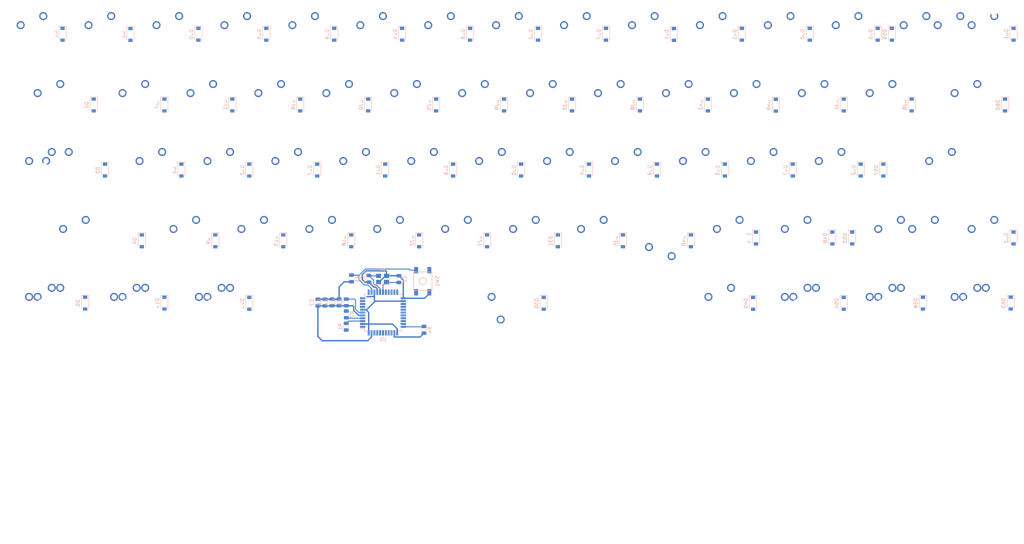
<source format=kicad_pcb>
(kicad_pcb (version 20171130) (host pcbnew "(5.1.4)-1")
  (layers (0 F.Cu signal) (31 B.Cu signal) (34 B.Paste user) (35 F.Paste user) (36 B.SilkS user) (37 F.SilkS user) (38 B.Mask user) (39 F.Mask user) (44 Edge.Cuts user))
  (net 0 "")
  (net 1 GND)
  (net 2 +5V)
  (net 3 "Net-(C2-Pad1)")
  (net 4 "Net-(C3-Pad1)")
  (net 5 "Net-(C5-Pad1)")
  (net 6 "Net-(D1-Pad2)")
  (net 7 ROW1)
  (net 8 "Net-(D2-Pad2)")
  (net 9 ROW2)
  (net 10 "Net-(D3-Pad2)")
  (net 11 ROW3)
  (net 12 "Net-(D4-Pad2)")
  (net 13 ROW4)
  (net 14 "Net-(D5-Pad2)")
  (net 15 ROW5)
  (net 16 "Net-(D6-Pad2)")
  (net 17 "Net-(D7-Pad2)")
  (net 18 "Net-(D8-Pad2)")
  (net 19 "Net-(D9-Pad2)")
  (net 20 "Net-(D10-Pad2)")
  (net 21 "Net-(D11-Pad2)")
  (net 22 "Net-(D12-Pad2)")
  (net 23 "Net-(D13-Pad2)")
  (net 24 "Net-(D14-Pad2)")
  (net 25 "Net-(D15-Pad2)")
  (net 26 "Net-(D16-Pad2)")
  (net 27 "Net-(D17-Pad2)")
  (net 28 "Net-(D18-Pad2)")
  (net 29 "Net-(D19-Pad2)")
  (net 30 "Net-(D20-Pad2)")
  (net 31 "Net-(D21-Pad2)")
  (net 32 "Net-(D22-Pad2)")
  (net 33 "Net-(D23-Pad2)")
  (net 34 "Net-(D24-Pad2)")
  (net 35 "Net-(D25-Pad2)")
  (net 36 "Net-(D26-Pad2)")
  (net 37 "Net-(D27-Pad2)")
  (net 38 "Net-(D28-Pad2)")
  (net 39 "Net-(D29-Pad2)")
  (net 40 "Net-(D30-Pad2)")
  (net 41 "Net-(D31-Pad2)")
  (net 42 "Net-(D32-Pad2)")
  (net 43 "Net-(D33-Pad2)")
  (net 44 "Net-(D34-Pad2)")
  (net 45 "Net-(D35-Pad2)")
  (net 46 "Net-(D36-Pad2)")
  (net 47 "Net-(D37-Pad2)")
  (net 48 "Net-(D38-Pad2)")
  (net 49 "Net-(D39-Pad2)")
  (net 50 "Net-(D40-Pad2)")
  (net 51 "Net-(D41-Pad2)")
  (net 52 "Net-(D42-Pad2)")
  (net 53 "Net-(D43-Pad2)")
  (net 54 "Net-(D44-Pad2)")
  (net 55 "Net-(D45-Pad2)")
  (net 56 "Net-(D46-Pad2)")
  (net 57 "Net-(D47-Pad2)")
  (net 58 "Net-(D48-Pad2)")
  (net 59 "Net-(D49-Pad2)")
  (net 60 "Net-(D50-Pad2)")
  (net 61 "Net-(D51-Pad2)")
  (net 62 "Net-(D52-Pad2)")
  (net 63 "Net-(D53-Pad2)")
  (net 64 "Net-(D54-Pad2)")
  (net 65 "Net-(D55-Pad2)")
  (net 66 "Net-(D56-Pad2)")
  (net 67 "Net-(D57-Pad2)")
  (net 68 "Net-(D58-Pad2)")
  (net 69 "Net-(D59-Pad2)")
  (net 70 "Net-(D60-Pad2)")
  (net 71 "Net-(D61-Pad2)")
  (net 72 "Net-(D62-Pad2)")
  (net 73 COL1)
  (net 74 COL2)
  (net 75 COL3)
  (net 76 COL4)
  (net 77 COL6)
  (net 78 COL7)
  (net 79 COL8)
  (net 80 COL9)
  (net 81 COL10)
  (net 82 COL11)
  (net 83 COL12)
  (net 84 COL13)
  (net 85 COL14)
  (net 86 D-)
  (net 87 "Net-(R1-Pad1)")
  (net 88 D+)
  (net 89 "Net-(R2-Pad1)")
  (net 90 "Net-(R3-Pad2)")
  (net 91 "Net-(R4-Pad2)")
  (net 92 "Net-(U1-Pad42)")
  (net 93 "Net-(U1-Pad41)")
  (net 94 "Net-(U1-Pad40)")
  (net 95 "Net-(U1-Pad39)")
  (net 96 "Net-(U1-Pad38)")
  (net 97 "Net-(U1-Pad37)")
  (net 98 "Net-(U1-Pad36)")
  (net 99 "Net-(U1-Pad32)")
  (net 100 "Net-(U1-Pad31)")
  (net 101 "Net-(U1-Pad30)")
  (net 102 "Net-(U1-Pad29)")
  (net 103 "Net-(U1-Pad28)")
  (net 104 "Net-(U1-Pad27)")
  (net 105 "Net-(U1-Pad26)")
  (net 106 "Net-(U1-Pad25)")
  (net 107 "Net-(U1-Pad22)")
  (net 108 "Net-(U1-Pad21)")
  (net 109 "Net-(U1-Pad20)")
  (net 110 "Net-(U1-Pad19)")
  (net 111 "Net-(U1-Pad18)")
  (net 112 "Net-(U1-Pad12)")
  (net 113 "Net-(U1-Pad11)")
  (net 114 "Net-(U1-Pad10)")
  (net 115 "Net-(U1-Pad9)")
  (net 116 "Net-(U1-Pad8)")
  (net 117 "Net-(U1-Pad1)")
  (net 118 "Net-(D63-Pad2)")
  (net 119 COL5)
  (module Crystal:Crystal_SMD_3225-4Pin_3.2x2.5mm (layer B.Cu) (at 107.2 78.15 180)
    (fp_text reference Y1 (at 0 2.45) (layer B.SilkS) (effects (justify mirror)))
    (fp_text value 16mhz)
    (pad 4 smd rect (at -1.1 0.85 180) (size 1.4 1.2) (layers B.Cu B.Paste B.Mask) (net 1 GND))
    (pad 3 smd rect (at 1.1 0.85 180) (size 1.4 1.2) (layers B.Cu B.Paste B.Mask) (net 4 "Net-(C3-Pad1)"))
    (pad 2 smd rect (at 1.1 -0.85 180) (size 1.4 1.2) (layers B.Cu B.Paste B.Mask) (net 1 GND))
    (pad 1 smd rect (at -1.1 -0.85 180) (size 1.4 1.2) (layers B.Cu B.Paste B.Mask) (net 3 "Net-(C2-Pad1)"))
  )
  (module Capacitor_SMD:C_0805_2012Metric (layer B.Cu) (at 111.8 78.2 90)
    (fp_text reference C2 (at 0 1.65 90) (layer B.SilkS) (effects (justify mirror)))
    (fp_text value 22pF)
    (pad 2 smd roundrect (at 0.9375 0 90) (size 0.975 1.4) (layers B.Cu B.Paste B.Mask) (net 1 GND))
    (pad 1 smd roundrect (at -0.9375 0 90) (size 0.975 1.4) (layers B.Cu B.Paste B.Mask) (net 3 "Net-(C2-Pad1)"))
  )
  (module MX_Only:MXOnly-7U-NoLED (layer F.Cu) (at 142.875 85.725 90)
    (fp_text reference MX36)
    (fp_text value SPACE)
    (pad 2 thru_hole circle (at 2.54 -5.08 90) (size 2.25 2.25) (drill 1.47) (layers *.Cu B.Mask) (net 46 "Net-(D36-Pad2)"))
    (pad "" np_thru_hole circle (at 0 0 90) (size 3.9878 3.9878) (drill 3.9878) (layers *.Cu *.Mask))
    (pad 1 thru_hole circle (at -3.81 -2.54 90) (size 2.25 2.25) (drill 1.47) (layers *.Cu B.Mask) (net 79 COL8))
    (pad "" np_thru_hole circle (at -5.08 0 138.0996) (size 1.75 1.75) (drill 1.75) (layers *.Cu *.Mask))
    (pad "" np_thru_hole circle (at 5.08 0 138.0996) (size 1.75 1.75) (drill 1.75) (layers *.Cu *.Mask))
    (pad "" np_thru_hole circle (at -57.15 -6.985 90) (size 3.048 3.048) (drill 3.048) (layers *.Cu *.Mask))
    (pad "" np_thru_hole circle (at 57.15 -6.985 90) (size 3.048 3.048) (drill 3.048) (layers *.Cu *.Mask))
    (pad "" np_thru_hole circle (at -57.15 8.255 90) (size 3.9878 3.9878) (drill 3.9878) (layers *.Cu *.Mask))
    (pad "" np_thru_hole circle (at 57.15 8.255 90) (size 3.9878 3.9878) (drill 3.9878) (layers *.Cu *.Mask))
  )
  (module MX_Only:MXOnly-1.25U-NoLED (layer F.Cu) (at 273.84375 85.725)
    (fp_text reference MX73)
    (fp_text value RCTRL1.25)
    (pad 2 thru_hole circle (at 2.54 -5.08) (size 2.25 2.25) (drill 1.47) (layers *.Cu B.Mask) (net 118 "Net-(D63-Pad2)"))
    (pad "" np_thru_hole circle (at 0 0) (size 3.9878 3.9878) (drill 3.9878) (layers *.Cu *.Mask))
    (pad 1 thru_hole circle (at -3.81 -2.54) (size 2.25 2.25) (drill 1.47) (layers *.Cu B.Mask) (net 85 COL14))
    (pad "" np_thru_hole circle (at -5.08 0 48.0996) (size 1.75 1.75) (drill 1.75) (layers *.Cu *.Mask))
    (pad "" np_thru_hole circle (at 5.08 0 48.0996) (size 1.75 1.75) (drill 1.75) (layers *.Cu *.Mask))
  )
  (module MX_Only:MXOnly-1.25U-NoLED (layer F.Cu) (at 250.03125 85.725)
    (fp_text reference MX72)
    (fp_text value Menu1.25)
    (pad 2 thru_hole circle (at 2.54 -5.08) (size 2.25 2.25) (drill 1.47) (layers *.Cu B.Mask) (net 68 "Net-(D58-Pad2)"))
    (pad "" np_thru_hole circle (at 0 0) (size 3.9878 3.9878) (drill 3.9878) (layers *.Cu *.Mask))
    (pad 1 thru_hole circle (at -3.81 -2.54) (size 2.25 2.25) (drill 1.47) (layers *.Cu B.Mask) (net 84 COL13))
    (pad "" np_thru_hole circle (at -5.08 0 48.0996) (size 1.75 1.75) (drill 1.75) (layers *.Cu *.Mask))
    (pad "" np_thru_hole circle (at 5.08 0 48.0996) (size 1.75 1.75) (drill 1.75) (layers *.Cu *.Mask))
  )
  (module MX_Only:MXOnly-1.25U-NoLED (layer F.Cu) (at 226.21875 85.725)
    (fp_text reference MX71)
    (fp_text value RWIN1.25)
    (pad 2 thru_hole circle (at 2.54 -5.08) (size 2.25 2.25) (drill 1.47) (layers *.Cu B.Mask) (net 64 "Net-(D54-Pad2)"))
    (pad "" np_thru_hole circle (at 0 0) (size 3.9878 3.9878) (drill 3.9878) (layers *.Cu *.Mask))
    (pad 1 thru_hole circle (at -3.81 -2.54) (size 2.25 2.25) (drill 1.47) (layers *.Cu B.Mask) (net 83 COL12))
    (pad "" np_thru_hole circle (at -5.08 0 48.0996) (size 1.75 1.75) (drill 1.75) (layers *.Cu *.Mask))
    (pad "" np_thru_hole circle (at 5.08 0 48.0996) (size 1.75 1.75) (drill 1.75) (layers *.Cu *.Mask))
  )
  (module MX_Only:MXOnly-1.25U-NoLED (layer F.Cu) (at 202.40625 85.725)
    (fp_text reference MX70)
    (fp_text value RALT1.25)
    (pad 2 thru_hole circle (at 2.54 -5.08) (size 2.25 2.25) (drill 1.47) (layers *.Cu B.Mask) (net 59 "Net-(D49-Pad2)"))
    (pad "" np_thru_hole circle (at 0 0) (size 3.9878 3.9878) (drill 3.9878) (layers *.Cu *.Mask))
    (pad 1 thru_hole circle (at -3.81 -2.54) (size 2.25 2.25) (drill 1.47) (layers *.Cu B.Mask) (net 82 COL11))
    (pad "" np_thru_hole circle (at -5.08 0 48.0996) (size 1.75 1.75) (drill 1.75) (layers *.Cu *.Mask))
    (pad "" np_thru_hole circle (at 5.08 0 48.0996) (size 1.75 1.75) (drill 1.75) (layers *.Cu *.Mask))
  )
  (module MX_Only:MXOnly-1.25U-NoLED (layer F.Cu) (at 59.53125 85.725)
    (fp_text reference MX68)
    (fp_text value LALT1.25)
    (pad 2 thru_hole circle (at 2.54 -5.08) (size 2.25 2.25) (drill 1.47) (layers *.Cu B.Mask) (net 33 "Net-(D23-Pad2)"))
    (pad "" np_thru_hole circle (at 0 0) (size 3.9878 3.9878) (drill 3.9878) (layers *.Cu *.Mask))
    (pad 1 thru_hole circle (at -3.81 -2.54) (size 2.25 2.25) (drill 1.47) (layers *.Cu B.Mask) (net 119 COL5))
    (pad "" np_thru_hole circle (at -5.08 0 48.0996) (size 1.75 1.75) (drill 1.75) (layers *.Cu *.Mask))
    (pad "" np_thru_hole circle (at 5.08 0 48.0996) (size 1.75 1.75) (drill 1.75) (layers *.Cu *.Mask))
  )
  (module MX_Only:MXOnly-1.25U-NoLED (layer F.Cu) (at 35.71875 85.725)
    (fp_text reference MX67)
    (fp_text value LWIN1.25)
    (pad 2 thru_hole circle (at 2.54 -5.08) (size 2.25 2.25) (drill 1.47) (layers *.Cu B.Mask) (net 24 "Net-(D14-Pad2)"))
    (pad "" np_thru_hole circle (at 0 0) (size 3.9878 3.9878) (drill 3.9878) (layers *.Cu *.Mask))
    (pad 1 thru_hole circle (at -3.81 -2.54) (size 2.25 2.25) (drill 1.47) (layers *.Cu B.Mask) (net 75 COL3))
    (pad "" np_thru_hole circle (at -5.08 0 48.0996) (size 1.75 1.75) (drill 1.75) (layers *.Cu *.Mask))
    (pad "" np_thru_hole circle (at 5.08 0 48.0996) (size 1.75 1.75) (drill 1.75) (layers *.Cu *.Mask))
  )
  (module MX_Only:MXOnly-1.25U-NoLED (layer F.Cu) (at 11.90625 85.725)
    (fp_text reference MX66)
    (fp_text value LCTRL1.25)
    (pad 2 thru_hole circle (at 2.54 -5.08) (size 2.25 2.25) (drill 1.47) (layers *.Cu B.Mask) (net 14 "Net-(D5-Pad2)"))
    (pad "" np_thru_hole circle (at 0 0) (size 3.9878 3.9878) (drill 3.9878) (layers *.Cu *.Mask))
    (pad 1 thru_hole circle (at -3.81 -2.54) (size 2.25 2.25) (drill 1.47) (layers *.Cu B.Mask) (net 73 COL1))
    (pad "" np_thru_hole circle (at -5.08 0 48.0996) (size 1.75 1.75) (drill 1.75) (layers *.Cu *.Mask))
    (pad "" np_thru_hole circle (at 5.08 0 48.0996) (size 1.75 1.75) (drill 1.75) (layers *.Cu *.Mask))
  )
  (module Diode_SMD:D_SOD-123 (layer B.Cu) (at 283.36875 84.93125 270)
    (fp_text reference D63 (at 0 2 270) (layer B.SilkS) (effects (justify mirror)))
    (fp_text value D_Small)
    (pad 2 smd rect (at 1.65 0 270) (size 0.9 1.2) (layers B.Cu B.Paste B.Mask) (net 118 "Net-(D63-Pad2)"))
    (pad 1 smd rect (at -1.65 0 270) (size 0.9 1.2) (layers B.Cu B.Paste B.Mask) (net 15 ROW5))
  )
  (module MX_Only:MXOnly-1.25U-NoLED (layer F.Cu) (at 11.90625 47.625)
    (fp_text reference MX65)
    (fp_text value "CAPS Stepped")
    (pad 2 thru_hole circle (at 2.54 -5.08) (size 2.25 2.25) (drill 1.47) (layers *.Cu B.Mask) (net 10 "Net-(D3-Pad2)"))
    (pad "" np_thru_hole circle (at 0 0) (size 3.9878 3.9878) (drill 3.9878) (layers *.Cu *.Mask))
    (pad 1 thru_hole circle (at -3.81 -2.54) (size 2.25 2.25) (drill 1.47) (layers *.Cu B.Mask) (net 73 COL1))
    (pad "" np_thru_hole circle (at -5.08 0 48.0996) (size 1.75 1.75) (drill 1.75) (layers *.Cu *.Mask))
    (pad "" np_thru_hole circle (at 5.08 0 48.0996) (size 1.75 1.75) (drill 1.75) (layers *.Cu *.Mask))
  )
  (module MX_Only:MXOnly-1.5U-NoLED (layer F.Cu) (at 271.4625 28.575)
    (fp_text reference MX61)
    (fp_text value \)
    (pad 2 thru_hole circle (at 2.54 -5.08) (size 2.25 2.25) (drill 1.47) (layers *.Cu B.Mask) (net 70 "Net-(D60-Pad2)"))
    (pad "" np_thru_hole circle (at 0 0) (size 3.9878 3.9878) (drill 3.9878) (layers *.Cu *.Mask))
    (pad 1 thru_hole circle (at -3.81 -2.54) (size 2.25 2.25) (drill 1.47) (layers *.Cu B.Mask) (net 85 COL14))
    (pad "" np_thru_hole circle (at -5.08 0 48.0996) (size 1.75 1.75) (drill 1.75) (layers *.Cu *.Mask))
    (pad "" np_thru_hole circle (at 5.08 0 48.0996) (size 1.75 1.75) (drill 1.75) (layers *.Cu *.Mask))
  )
  (module MX_Only:MXOnly-1U-NoLED (layer F.Cu) (at 276.225 9.525)
    (fp_text reference MX64)
    (fp_text value "` Split")
    (pad 2 thru_hole circle (at 2.54 -5.08) (size 2.25 2.25) (drill 1.47) (layers *.Cu B.Mask) (net 71 "Net-(D61-Pad2)"))
    (pad "" np_thru_hole circle (at 0 0) (size 3.9878 3.9878) (drill 3.9878) (layers *.Cu *.Mask))
    (pad 1 thru_hole circle (at -3.81 -2.54) (size 2.25 2.25) (drill 1.47) (layers *.Cu B.Mask) (net 85 COL14))
    (pad "" np_thru_hole circle (at -5.08 0 48.0996) (size 1.75 1.75) (drill 1.75) (layers *.Cu *.Mask))
    (pad "" np_thru_hole circle (at 5.08 0 48.0996) (size 1.75 1.75) (drill 1.75) (layers *.Cu *.Mask))
  )
  (module MX_Only:MXOnly-1U-NoLED (layer F.Cu) (at 257.175 9.525)
    (fp_text reference MX63)
    (fp_text value "\\ Split")
    (pad 2 thru_hole circle (at 2.54 -5.08) (size 2.25 2.25) (drill 1.47) (layers *.Cu B.Mask) (net 69 "Net-(D59-Pad2)"))
    (pad "" np_thru_hole circle (at 0 0) (size 3.9878 3.9878) (drill 3.9878) (layers *.Cu *.Mask))
    (pad 1 thru_hole circle (at -3.81 -2.54) (size 2.25 2.25) (drill 1.47) (layers *.Cu B.Mask) (net 85 COL14))
    (pad "" np_thru_hole circle (at -5.08 0 48.0996) (size 1.75 1.75) (drill 1.75) (layers *.Cu *.Mask))
    (pad "" np_thru_hole circle (at 5.08 0 48.0996) (size 1.75 1.75) (drill 1.75) (layers *.Cu *.Mask))
  )
  (module MX_Only:MXOnly-1U-NoLED (layer F.Cu) (at 276.225 66.675)
    (fp_text reference MX62)
    (fp_text value FN)
    (pad 2 thru_hole circle (at 2.54 -5.08) (size 2.25 2.25) (drill 1.47) (layers *.Cu B.Mask) (net 72 "Net-(D62-Pad2)"))
    (pad "" np_thru_hole circle (at 0 0) (size 3.9878 3.9878) (drill 3.9878) (layers *.Cu *.Mask))
    (pad 1 thru_hole circle (at -3.81 -2.54) (size 2.25 2.25) (drill 1.47) (layers *.Cu B.Mask) (net 85 COL14))
    (pad "" np_thru_hole circle (at -5.08 0 48.0996) (size 1.75 1.75) (drill 1.75) (layers *.Cu *.Mask))
    (pad "" np_thru_hole circle (at 5.08 0 48.0996) (size 1.75 1.75) (drill 1.75) (layers *.Cu *.Mask))
  )
  (module MX_Only:MXOnly-2U-NoLED (layer F.Cu) (at 266.7 9.525)
    (fp_text reference MX60)
    (fp_text value BK)
    (pad 2 thru_hole circle (at 2.54 -5.08) (size 2.25 2.25) (drill 1.47) (layers *.Cu B.Mask) (net 69 "Net-(D59-Pad2)"))
    (pad "" np_thru_hole circle (at 0 0) (size 3.9878 3.9878) (drill 3.9878) (layers *.Cu *.Mask))
    (pad 1 thru_hole circle (at -3.81 -2.54) (size 2.25 2.25) (drill 1.47) (layers *.Cu B.Mask) (net 85 COL14))
    (pad "" np_thru_hole circle (at -5.08 0 48.0996) (size 1.75 1.75) (drill 1.75) (layers *.Cu *.Mask))
    (pad "" np_thru_hole circle (at 5.08 0 48.0996) (size 1.75 1.75) (drill 1.75) (layers *.Cu *.Mask))
    (pad "" np_thru_hole circle (at -11.90625 -6.985) (size 3.048 3.048) (drill 3.048) (layers *.Cu *.Mask))
    (pad "" np_thru_hole circle (at 11.90625 -6.985) (size 3.048 3.048) (drill 3.048) (layers *.Cu *.Mask))
    (pad "" np_thru_hole circle (at -11.90625 8.255) (size 3.9878 3.9878) (drill 3.9878) (layers *.Cu *.Mask))
    (pad "" np_thru_hole circle (at 11.90625 8.255) (size 3.9878 3.9878) (drill 3.9878) (layers *.Cu *.Mask))
  )
  (module MX_Only:MXOnly-1.5U-NoLED (layer F.Cu) (at 271.4625 85.725)
    (fp_text reference MX59)
    (fp_text value RCTRL)
    (pad 2 thru_hole circle (at 2.54 -5.08) (size 2.25 2.25) (drill 1.47) (layers *.Cu B.Mask) (net 118 "Net-(D63-Pad2)"))
    (pad "" np_thru_hole circle (at 0 0) (size 3.9878 3.9878) (drill 3.9878) (layers *.Cu *.Mask))
    (pad 1 thru_hole circle (at -3.81 -2.54) (size 2.25 2.25) (drill 1.47) (layers *.Cu B.Mask) (net 85 COL14))
    (pad "" np_thru_hole circle (at -5.08 0 48.0996) (size 1.75 1.75) (drill 1.75) (layers *.Cu *.Mask))
    (pad "" np_thru_hole circle (at 5.08 0 48.0996) (size 1.75 1.75) (drill 1.75) (layers *.Cu *.Mask))
  )
  (module MX_Only:MXOnly-1.75U-NoLED (layer F.Cu) (at 250.03125 66.675)
    (fp_text reference MX58)
    (fp_text value RSHIFT_1.75)
    (pad 2 thru_hole circle (at 2.54 -5.08) (size 2.25 2.25) (drill 1.47) (layers *.Cu B.Mask) (net 63 "Net-(D53-Pad2)"))
    (pad "" np_thru_hole circle (at 0 0) (size 3.9878 3.9878) (drill 3.9878) (layers *.Cu *.Mask))
    (pad 1 thru_hole circle (at -3.81 -2.54) (size 2.25 2.25) (drill 1.47) (layers *.Cu B.Mask) (net 83 COL12))
    (pad "" np_thru_hole circle (at -5.08 0 48.0996) (size 1.75 1.75) (drill 1.75) (layers *.Cu *.Mask))
    (pad "" np_thru_hole circle (at 5.08 0 48.0996) (size 1.75 1.75) (drill 1.75) (layers *.Cu *.Mask))
  )
  (module MX_Only:MXOnly-2.25U-NoLED (layer F.Cu) (at 264.31875 47.625)
    (fp_text reference MX57)
    (fp_text value ENTER)
    (pad 2 thru_hole circle (at 2.54 -5.08) (size 2.25 2.25) (drill 1.47) (layers *.Cu B.Mask) (net 67 "Net-(D57-Pad2)"))
    (pad "" np_thru_hole circle (at 0 0) (size 3.9878 3.9878) (drill 3.9878) (layers *.Cu *.Mask))
    (pad 1 thru_hole circle (at -3.81 -2.54) (size 2.25 2.25) (drill 1.47) (layers *.Cu B.Mask) (net 84 COL13))
    (pad "" np_thru_hole circle (at -5.08 0 48.0996) (size 1.75 1.75) (drill 1.75) (layers *.Cu *.Mask))
    (pad "" np_thru_hole circle (at 5.08 0 48.0996) (size 1.75 1.75) (drill 1.75) (layers *.Cu *.Mask))
    (pad "" np_thru_hole circle (at -11.90625 -6.985) (size 3.048 3.048) (drill 3.048) (layers *.Cu *.Mask))
    (pad "" np_thru_hole circle (at 11.90625 -6.985) (size 3.048 3.048) (drill 3.048) (layers *.Cu *.Mask))
    (pad "" np_thru_hole circle (at -11.90625 8.255) (size 3.9878 3.9878) (drill 3.9878) (layers *.Cu *.Mask))
    (pad "" np_thru_hole circle (at 11.90625 8.255) (size 3.9878 3.9878) (drill 3.9878) (layers *.Cu *.Mask))
  )
  (module MX_Only:MXOnly-1U-NoLED (layer F.Cu) (at 247.65 28.575)
    (fp_text reference MX56)
    (fp_text value ])
    (pad 2 thru_hole circle (at 2.54 -5.08) (size 2.25 2.25) (drill 1.47) (layers *.Cu B.Mask) (net 66 "Net-(D56-Pad2)"))
    (pad "" np_thru_hole circle (at 0 0) (size 3.9878 3.9878) (drill 3.9878) (layers *.Cu *.Mask))
    (pad 1 thru_hole circle (at -3.81 -2.54) (size 2.25 2.25) (drill 1.47) (layers *.Cu B.Mask) (net 84 COL13))
    (pad "" np_thru_hole circle (at -5.08 0 48.0996) (size 1.75 1.75) (drill 1.75) (layers *.Cu *.Mask))
    (pad "" np_thru_hole circle (at 5.08 0 48.0996) (size 1.75 1.75) (drill 1.75) (layers *.Cu *.Mask))
  )
  (module MX_Only:MXOnly-1U-NoLED (layer F.Cu) (at 238.125 9.525)
    (fp_text reference MX55)
    (fp_text value =)
    (pad 2 thru_hole circle (at 2.54 -5.08) (size 2.25 2.25) (drill 1.47) (layers *.Cu B.Mask) (net 65 "Net-(D55-Pad2)"))
    (pad "" np_thru_hole circle (at 0 0) (size 3.9878 3.9878) (drill 3.9878) (layers *.Cu *.Mask))
    (pad 1 thru_hole circle (at -3.81 -2.54) (size 2.25 2.25) (drill 1.47) (layers *.Cu B.Mask) (net 84 COL13))
    (pad "" np_thru_hole circle (at -5.08 0 48.0996) (size 1.75 1.75) (drill 1.75) (layers *.Cu *.Mask))
    (pad "" np_thru_hole circle (at 5.08 0 48.0996) (size 1.75 1.75) (drill 1.75) (layers *.Cu *.Mask))
  )
  (module MX_Only:MXOnly-1U-NoLED (layer F.Cu) (at 247.65 85.725)
    (fp_text reference MX54)
    (fp_text value RWIN)
    (pad 2 thru_hole circle (at 2.54 -5.08) (size 2.25 2.25) (drill 1.47) (layers *.Cu B.Mask) (net 64 "Net-(D54-Pad2)"))
    (pad "" np_thru_hole circle (at 0 0) (size 3.9878 3.9878) (drill 3.9878) (layers *.Cu *.Mask))
    (pad 1 thru_hole circle (at -3.81 -2.54) (size 2.25 2.25) (drill 1.47) (layers *.Cu B.Mask) (net 83 COL12))
    (pad "" np_thru_hole circle (at -5.08 0 48.0996) (size 1.75 1.75) (drill 1.75) (layers *.Cu *.Mask))
    (pad "" np_thru_hole circle (at 5.08 0 48.0996) (size 1.75 1.75) (drill 1.75) (layers *.Cu *.Mask))
  )
  (module MX_Only:MXOnly-2.75U-NoLED (layer F.Cu) (at 259.55625 66.675)
    (fp_text reference MX53)
    (fp_text value RSHIFT)
    (pad 2 thru_hole circle (at 2.54 -5.08) (size 2.25 2.25) (drill 1.47) (layers *.Cu B.Mask) (net 63 "Net-(D53-Pad2)"))
    (pad "" np_thru_hole circle (at 0 0) (size 3.9878 3.9878) (drill 3.9878) (layers *.Cu *.Mask))
    (pad 1 thru_hole circle (at -3.81 -2.54) (size 2.25 2.25) (drill 1.47) (layers *.Cu B.Mask) (net 83 COL12))
    (pad "" np_thru_hole circle (at -5.08 0 48.0996) (size 1.75 1.75) (drill 1.75) (layers *.Cu *.Mask))
    (pad "" np_thru_hole circle (at 5.08 0 48.0996) (size 1.75 1.75) (drill 1.75) (layers *.Cu *.Mask))
    (pad "" np_thru_hole circle (at -11.90625 -6.985) (size 3.048 3.048) (drill 3.048) (layers *.Cu *.Mask))
    (pad "" np_thru_hole circle (at 11.90625 -6.985) (size 3.048 3.048) (drill 3.048) (layers *.Cu *.Mask))
    (pad "" np_thru_hole circle (at -11.90625 8.255) (size 3.9878 3.9878) (drill 3.9878) (layers *.Cu *.Mask))
    (pad "" np_thru_hole circle (at 11.90625 8.255) (size 3.9878 3.9878) (drill 3.9878) (layers *.Cu *.Mask))
  )
  (module MX_Only:MXOnly-1U-NoLED (layer F.Cu) (at 233.3625 47.625)
    (fp_text reference MX52)
    (fp_text value ')
    (pad 2 thru_hole circle (at 2.54 -5.08) (size 2.25 2.25) (drill 1.47) (layers *.Cu B.Mask) (net 62 "Net-(D52-Pad2)"))
    (pad "" np_thru_hole circle (at 0 0) (size 3.9878 3.9878) (drill 3.9878) (layers *.Cu *.Mask))
    (pad 1 thru_hole circle (at -3.81 -2.54) (size 2.25 2.25) (drill 1.47) (layers *.Cu B.Mask) (net 83 COL12))
    (pad "" np_thru_hole circle (at -5.08 0 48.0996) (size 1.75 1.75) (drill 1.75) (layers *.Cu *.Mask))
    (pad "" np_thru_hole circle (at 5.08 0 48.0996) (size 1.75 1.75) (drill 1.75) (layers *.Cu *.Mask))
  )
  (module MX_Only:MXOnly-1U-NoLED (layer F.Cu) (at 219.075 9.525)
    (fp_text reference MX51)
    (fp_text value -)
    (pad 2 thru_hole circle (at 2.54 -5.08) (size 2.25 2.25) (drill 1.47) (layers *.Cu B.Mask) (net 60 "Net-(D50-Pad2)"))
    (pad "" np_thru_hole circle (at 0 0) (size 3.9878 3.9878) (drill 3.9878) (layers *.Cu *.Mask))
    (pad 1 thru_hole circle (at -3.81 -2.54) (size 2.25 2.25) (drill 1.47) (layers *.Cu B.Mask) (net 83 COL12))
    (pad "" np_thru_hole circle (at -5.08 0 48.0996) (size 1.75 1.75) (drill 1.75) (layers *.Cu *.Mask))
    (pad "" np_thru_hole circle (at 5.08 0 48.0996) (size 1.75 1.75) (drill 1.75) (layers *.Cu *.Mask))
  )
  (module MX_Only:MXOnly-1U-NoLED (layer F.Cu) (at 228.6 28.575)
    (fp_text reference MX50)
    (fp_text value [)
    (pad 2 thru_hole circle (at 2.54 -5.08) (size 2.25 2.25) (drill 1.47) (layers *.Cu B.Mask) (net 61 "Net-(D51-Pad2)"))
    (pad "" np_thru_hole circle (at 0 0) (size 3.9878 3.9878) (drill 3.9878) (layers *.Cu *.Mask))
    (pad 1 thru_hole circle (at -3.81 -2.54) (size 2.25 2.25) (drill 1.47) (layers *.Cu B.Mask) (net 83 COL12))
    (pad "" np_thru_hole circle (at -5.08 0 48.0996) (size 1.75 1.75) (drill 1.75) (layers *.Cu *.Mask))
    (pad "" np_thru_hole circle (at 5.08 0 48.0996) (size 1.75 1.75) (drill 1.75) (layers *.Cu *.Mask))
  )
  (module MX_Only:MXOnly-1.5U-NoLED (layer F.Cu) (at 223.8375 85.725)
    (fp_text reference MX49)
    (fp_text value RALT)
    (pad 2 thru_hole circle (at 2.54 -5.08) (size 2.25 2.25) (drill 1.47) (layers *.Cu B.Mask) (net 59 "Net-(D49-Pad2)"))
    (pad "" np_thru_hole circle (at 0 0) (size 3.9878 3.9878) (drill 3.9878) (layers *.Cu *.Mask))
    (pad 1 thru_hole circle (at -3.81 -2.54) (size 2.25 2.25) (drill 1.47) (layers *.Cu B.Mask) (net 82 COL11))
    (pad "" np_thru_hole circle (at -5.08 0 48.0996) (size 1.75 1.75) (drill 1.75) (layers *.Cu *.Mask))
    (pad "" np_thru_hole circle (at 5.08 0 48.0996) (size 1.75 1.75) (drill 1.75) (layers *.Cu *.Mask))
  )
  (module MX_Only:MXOnly-1U-NoLED (layer F.Cu) (at 223.8375 66.675)
    (fp_text reference MX48)
    (fp_text value /)
    (pad 2 thru_hole circle (at 2.54 -5.08) (size 2.25 2.25) (drill 1.47) (layers *.Cu B.Mask) (net 58 "Net-(D48-Pad2)"))
    (pad "" np_thru_hole circle (at 0 0) (size 3.9878 3.9878) (drill 3.9878) (layers *.Cu *.Mask))
    (pad 1 thru_hole circle (at -3.81 -2.54) (size 2.25 2.25) (drill 1.47) (layers *.Cu B.Mask) (net 82 COL11))
    (pad "" np_thru_hole circle (at -5.08 0 48.0996) (size 1.75 1.75) (drill 1.75) (layers *.Cu *.Mask))
    (pad "" np_thru_hole circle (at 5.08 0 48.0996) (size 1.75 1.75) (drill 1.75) (layers *.Cu *.Mask))
  )
  (module MX_Only:MXOnly-1U-NoLED (layer F.Cu) (at 214.3125 47.625)
    (fp_text reference MX47)
    (fp_text value ;)
    (pad 2 thru_hole circle (at 2.54 -5.08) (size 2.25 2.25) (drill 1.47) (layers *.Cu B.Mask) (net 57 "Net-(D47-Pad2)"))
    (pad "" np_thru_hole circle (at 0 0) (size 3.9878 3.9878) (drill 3.9878) (layers *.Cu *.Mask))
    (pad 1 thru_hole circle (at -3.81 -2.54) (size 2.25 2.25) (drill 1.47) (layers *.Cu B.Mask) (net 82 COL11))
    (pad "" np_thru_hole circle (at -5.08 0 48.0996) (size 1.75 1.75) (drill 1.75) (layers *.Cu *.Mask))
    (pad "" np_thru_hole circle (at 5.08 0 48.0996) (size 1.75 1.75) (drill 1.75) (layers *.Cu *.Mask))
  )
  (module MX_Only:MXOnly-1U-NoLED (layer F.Cu) (at 200.025 9.525)
    (fp_text reference MX46)
    (fp_text value 0)
    (pad 2 thru_hole circle (at 2.54 -5.08) (size 2.25 2.25) (drill 1.47) (layers *.Cu B.Mask) (net 55 "Net-(D45-Pad2)"))
    (pad "" np_thru_hole circle (at 0 0) (size 3.9878 3.9878) (drill 3.9878) (layers *.Cu *.Mask))
    (pad 1 thru_hole circle (at -3.81 -2.54) (size 2.25 2.25) (drill 1.47) (layers *.Cu B.Mask) (net 82 COL11))
    (pad "" np_thru_hole circle (at -5.08 0 48.0996) (size 1.75 1.75) (drill 1.75) (layers *.Cu *.Mask))
    (pad "" np_thru_hole circle (at 5.08 0 48.0996) (size 1.75 1.75) (drill 1.75) (layers *.Cu *.Mask))
  )
  (module MX_Only:MXOnly-1U-NoLED (layer F.Cu) (at 209.55 28.575)
    (fp_text reference MX45)
    (fp_text value P)
    (pad 2 thru_hole circle (at 2.54 -5.08) (size 2.25 2.25) (drill 1.47) (layers *.Cu B.Mask) (net 56 "Net-(D46-Pad2)"))
    (pad "" np_thru_hole circle (at 0 0) (size 3.9878 3.9878) (drill 3.9878) (layers *.Cu *.Mask))
    (pad 1 thru_hole circle (at -3.81 -2.54) (size 2.25 2.25) (drill 1.47) (layers *.Cu B.Mask) (net 82 COL11))
    (pad "" np_thru_hole circle (at -5.08 0 48.0996) (size 1.75 1.75) (drill 1.75) (layers *.Cu *.Mask))
    (pad "" np_thru_hole circle (at 5.08 0 48.0996) (size 1.75 1.75) (drill 1.75) (layers *.Cu *.Mask))
  )
  (module MX_Only:MXOnly-1U-NoLED (layer F.Cu) (at 204.7875 66.675)
    (fp_text reference MX44)
    (fp_text value .)
    (pad 2 thru_hole circle (at 2.54 -5.08) (size 2.25 2.25) (drill 1.47) (layers *.Cu B.Mask) (net 54 "Net-(D44-Pad2)"))
    (pad "" np_thru_hole circle (at 0 0) (size 3.9878 3.9878) (drill 3.9878) (layers *.Cu *.Mask))
    (pad 1 thru_hole circle (at -3.81 -2.54) (size 2.25 2.25) (drill 1.47) (layers *.Cu B.Mask) (net 81 COL10))
    (pad "" np_thru_hole circle (at -5.08 0 48.0996) (size 1.75 1.75) (drill 1.75) (layers *.Cu *.Mask))
    (pad "" np_thru_hole circle (at 5.08 0 48.0996) (size 1.75 1.75) (drill 1.75) (layers *.Cu *.Mask))
  )
  (module MX_Only:MXOnly-1U-NoLED (layer F.Cu) (at 195.2625 47.625)
    (fp_text reference MX43)
    (fp_text value L)
    (pad 2 thru_hole circle (at 2.54 -5.08) (size 2.25 2.25) (drill 1.47) (layers *.Cu B.Mask) (net 53 "Net-(D43-Pad2)"))
    (pad "" np_thru_hole circle (at 0 0) (size 3.9878 3.9878) (drill 3.9878) (layers *.Cu *.Mask))
    (pad 1 thru_hole circle (at -3.81 -2.54) (size 2.25 2.25) (drill 1.47) (layers *.Cu B.Mask) (net 81 COL10))
    (pad "" np_thru_hole circle (at -5.08 0 48.0996) (size 1.75 1.75) (drill 1.75) (layers *.Cu *.Mask))
    (pad "" np_thru_hole circle (at 5.08 0 48.0996) (size 1.75 1.75) (drill 1.75) (layers *.Cu *.Mask))
  )
  (module MX_Only:MXOnly-1U-NoLED (layer F.Cu) (at 180.975 9.525)
    (fp_text reference MX42)
    (fp_text value 9)
    (pad 2 thru_hole circle (at 2.54 -5.08) (size 2.25 2.25) (drill 1.47) (layers *.Cu B.Mask) (net 51 "Net-(D41-Pad2)"))
    (pad "" np_thru_hole circle (at 0 0) (size 3.9878 3.9878) (drill 3.9878) (layers *.Cu *.Mask))
    (pad 1 thru_hole circle (at -3.81 -2.54) (size 2.25 2.25) (drill 1.47) (layers *.Cu B.Mask) (net 81 COL10))
    (pad "" np_thru_hole circle (at -5.08 0 48.0996) (size 1.75 1.75) (drill 1.75) (layers *.Cu *.Mask))
    (pad "" np_thru_hole circle (at 5.08 0 48.0996) (size 1.75 1.75) (drill 1.75) (layers *.Cu *.Mask))
  )
  (module MX_Only:MXOnly-1U-NoLED (layer F.Cu) (at 190.5 28.575)
    (fp_text reference MX41)
    (fp_text value O)
    (pad 2 thru_hole circle (at 2.54 -5.08) (size 2.25 2.25) (drill 1.47) (layers *.Cu B.Mask) (net 52 "Net-(D42-Pad2)"))
    (pad "" np_thru_hole circle (at 0 0) (size 3.9878 3.9878) (drill 3.9878) (layers *.Cu *.Mask))
    (pad 1 thru_hole circle (at -3.81 -2.54) (size 2.25 2.25) (drill 1.47) (layers *.Cu B.Mask) (net 81 COL10))
    (pad "" np_thru_hole circle (at -5.08 0 48.0996) (size 1.75 1.75) (drill 1.75) (layers *.Cu *.Mask))
    (pad "" np_thru_hole circle (at 5.08 0 48.0996) (size 1.75 1.75) (drill 1.75) (layers *.Cu *.Mask))
  )
  (module MX_Only:MXOnly-1U-NoLED (layer B.Cu) (at 185.7375 66.675)
    (fp_text reference MX40)
    (fp_text value ,)
    (pad 2 thru_hole circle (at 2.54 5.08) (size 2.25 2.25) (drill 1.47) (layers *.Cu F.Mask) (net 50 "Net-(D40-Pad2)"))
    (pad "" np_thru_hole circle (at 0 0) (size 3.9878 3.9878) (drill 3.9878) (layers *.Cu *.Mask))
    (pad 1 thru_hole circle (at -3.81 2.54) (size 2.25 2.25) (drill 1.47) (layers *.Cu F.Mask) (net 80 COL9))
    (pad "" np_thru_hole circle (at -5.08 0 311.9004) (size 1.75 1.75) (drill 1.75) (layers *.Cu *.Mask))
    (pad "" np_thru_hole circle (at 5.08 0 311.9004) (size 1.75 1.75) (drill 1.75) (layers *.Cu *.Mask))
  )
  (module MX_Only:MXOnly-1U-NoLED (layer F.Cu) (at 176.2125 47.625)
    (fp_text reference MX39)
    (fp_text value K)
    (pad 2 thru_hole circle (at 2.54 -5.08) (size 2.25 2.25) (drill 1.47) (layers *.Cu B.Mask) (net 49 "Net-(D39-Pad2)"))
    (pad "" np_thru_hole circle (at 0 0) (size 3.9878 3.9878) (drill 3.9878) (layers *.Cu *.Mask))
    (pad 1 thru_hole circle (at -3.81 -2.54) (size 2.25 2.25) (drill 1.47) (layers *.Cu B.Mask) (net 80 COL9))
    (pad "" np_thru_hole circle (at -5.08 0 48.0996) (size 1.75 1.75) (drill 1.75) (layers *.Cu *.Mask))
    (pad "" np_thru_hole circle (at 5.08 0 48.0996) (size 1.75 1.75) (drill 1.75) (layers *.Cu *.Mask))
  )
  (module MX_Only:MXOnly-1U-NoLED (layer F.Cu) (at 171.45 28.575)
    (fp_text reference MX38)
    (fp_text value I)
    (pad 2 thru_hole circle (at 2.54 -5.08) (size 2.25 2.25) (drill 1.47) (layers *.Cu B.Mask) (net 48 "Net-(D38-Pad2)"))
    (pad "" np_thru_hole circle (at 0 0) (size 3.9878 3.9878) (drill 3.9878) (layers *.Cu *.Mask))
    (pad 1 thru_hole circle (at -3.81 -2.54) (size 2.25 2.25) (drill 1.47) (layers *.Cu B.Mask) (net 80 COL9))
    (pad "" np_thru_hole circle (at -5.08 0 48.0996) (size 1.75 1.75) (drill 1.75) (layers *.Cu *.Mask))
    (pad "" np_thru_hole circle (at 5.08 0 48.0996) (size 1.75 1.75) (drill 1.75) (layers *.Cu *.Mask))
  )
  (module MX_Only:MXOnly-1U-NoLED (layer F.Cu) (at 161.925 9.525)
    (fp_text reference MX37)
    (fp_text value 8)
    (pad 2 thru_hole circle (at 2.54 -5.08) (size 2.25 2.25) (drill 1.47) (layers *.Cu B.Mask) (net 47 "Net-(D37-Pad2)"))
    (pad "" np_thru_hole circle (at 0 0) (size 3.9878 3.9878) (drill 3.9878) (layers *.Cu *.Mask))
    (pad 1 thru_hole circle (at -3.81 -2.54) (size 2.25 2.25) (drill 1.47) (layers *.Cu B.Mask) (net 80 COL9))
    (pad "" np_thru_hole circle (at -5.08 0 48.0996) (size 1.75 1.75) (drill 1.75) (layers *.Cu *.Mask))
    (pad "" np_thru_hole circle (at 5.08 0 48.0996) (size 1.75 1.75) (drill 1.75) (layers *.Cu *.Mask))
  )
  (module MX_Only:MXOnly-1U-NoLED (layer F.Cu) (at 166.6875 66.675)
    (fp_text reference MX35)
    (fp_text value M)
    (pad 2 thru_hole circle (at 2.54 -5.08) (size 2.25 2.25) (drill 1.47) (layers *.Cu B.Mask) (net 45 "Net-(D35-Pad2)"))
    (pad "" np_thru_hole circle (at 0 0) (size 3.9878 3.9878) (drill 3.9878) (layers *.Cu *.Mask))
    (pad 1 thru_hole circle (at -3.81 -2.54) (size 2.25 2.25) (drill 1.47) (layers *.Cu B.Mask) (net 79 COL8))
    (pad "" np_thru_hole circle (at -5.08 0 48.0996) (size 1.75 1.75) (drill 1.75) (layers *.Cu *.Mask))
    (pad "" np_thru_hole circle (at 5.08 0 48.0996) (size 1.75 1.75) (drill 1.75) (layers *.Cu *.Mask))
  )
  (module MX_Only:MXOnly-1U-NoLED (layer F.Cu) (at 157.1625 47.625)
    (fp_text reference MX34)
    (fp_text value J)
    (pad 2 thru_hole circle (at 2.54 -5.08) (size 2.25 2.25) (drill 1.47) (layers *.Cu B.Mask) (net 44 "Net-(D34-Pad2)"))
    (pad "" np_thru_hole circle (at 0 0) (size 3.9878 3.9878) (drill 3.9878) (layers *.Cu *.Mask))
    (pad 1 thru_hole circle (at -3.81 -2.54) (size 2.25 2.25) (drill 1.47) (layers *.Cu B.Mask) (net 79 COL8))
    (pad "" np_thru_hole circle (at -5.08 0 48.0996) (size 1.75 1.75) (drill 1.75) (layers *.Cu *.Mask))
    (pad "" np_thru_hole circle (at 5.08 0 48.0996) (size 1.75 1.75) (drill 1.75) (layers *.Cu *.Mask))
  )
  (module MX_Only:MXOnly-1U-NoLED (layer F.Cu) (at 152.4 28.575)
    (fp_text reference MX33)
    (fp_text value U)
    (pad 2 thru_hole circle (at 2.54 -5.08) (size 2.25 2.25) (drill 1.47) (layers *.Cu B.Mask) (net 43 "Net-(D33-Pad2)"))
    (pad "" np_thru_hole circle (at 0 0) (size 3.9878 3.9878) (drill 3.9878) (layers *.Cu *.Mask))
    (pad 1 thru_hole circle (at -3.81 -2.54) (size 2.25 2.25) (drill 1.47) (layers *.Cu B.Mask) (net 79 COL8))
    (pad "" np_thru_hole circle (at -5.08 0 48.0996) (size 1.75 1.75) (drill 1.75) (layers *.Cu *.Mask))
    (pad "" np_thru_hole circle (at 5.08 0 48.0996) (size 1.75 1.75) (drill 1.75) (layers *.Cu *.Mask))
  )
  (module MX_Only:MXOnly-1U-NoLED (layer F.Cu) (at 142.875 9.525)
    (fp_text reference MX32)
    (fp_text value 7)
    (pad 2 thru_hole circle (at 2.54 -5.08) (size 2.25 2.25) (drill 1.47) (layers *.Cu B.Mask) (net 42 "Net-(D32-Pad2)"))
    (pad "" np_thru_hole circle (at 0 0) (size 3.9878 3.9878) (drill 3.9878) (layers *.Cu *.Mask))
    (pad 1 thru_hole circle (at -3.81 -2.54) (size 2.25 2.25) (drill 1.47) (layers *.Cu B.Mask) (net 79 COL8))
    (pad "" np_thru_hole circle (at -5.08 0 48.0996) (size 1.75 1.75) (drill 1.75) (layers *.Cu *.Mask))
    (pad "" np_thru_hole circle (at 5.08 0 48.0996) (size 1.75 1.75) (drill 1.75) (layers *.Cu *.Mask))
  )
  (module MX_Only:MXOnly-1U-NoLED (layer F.Cu) (at 147.6375 66.675)
    (fp_text reference MX31)
    (fp_text value N)
    (pad 2 thru_hole circle (at 2.54 -5.08) (size 2.25 2.25) (drill 1.47) (layers *.Cu B.Mask) (net 41 "Net-(D31-Pad2)"))
    (pad "" np_thru_hole circle (at 0 0) (size 3.9878 3.9878) (drill 3.9878) (layers *.Cu *.Mask))
    (pad 1 thru_hole circle (at -3.81 -2.54) (size 2.25 2.25) (drill 1.47) (layers *.Cu B.Mask) (net 78 COL7))
    (pad "" np_thru_hole circle (at -5.08 0 48.0996) (size 1.75 1.75) (drill 1.75) (layers *.Cu *.Mask))
    (pad "" np_thru_hole circle (at 5.08 0 48.0996) (size 1.75 1.75) (drill 1.75) (layers *.Cu *.Mask))
  )
  (module MX_Only:MXOnly-1U-NoLED (layer F.Cu) (at 138.1125 47.625)
    (fp_text reference MX30)
    (fp_text value H)
    (pad 2 thru_hole circle (at 2.54 -5.08) (size 2.25 2.25) (drill 1.47) (layers *.Cu B.Mask) (net 40 "Net-(D30-Pad2)"))
    (pad "" np_thru_hole circle (at 0 0) (size 3.9878 3.9878) (drill 3.9878) (layers *.Cu *.Mask))
    (pad 1 thru_hole circle (at -3.81 -2.54) (size 2.25 2.25) (drill 1.47) (layers *.Cu B.Mask) (net 78 COL7))
    (pad "" np_thru_hole circle (at -5.08 0 48.0996) (size 1.75 1.75) (drill 1.75) (layers *.Cu *.Mask))
    (pad "" np_thru_hole circle (at 5.08 0 48.0996) (size 1.75 1.75) (drill 1.75) (layers *.Cu *.Mask))
  )
  (module MX_Only:MXOnly-1U-NoLED (layer F.Cu) (at 133.35 28.575)
    (fp_text reference MX29)
    (fp_text value Y)
    (pad 2 thru_hole circle (at 2.54 -5.08) (size 2.25 2.25) (drill 1.47) (layers *.Cu B.Mask) (net 39 "Net-(D29-Pad2)"))
    (pad "" np_thru_hole circle (at 0 0) (size 3.9878 3.9878) (drill 3.9878) (layers *.Cu *.Mask))
    (pad 1 thru_hole circle (at -3.81 -2.54) (size 2.25 2.25) (drill 1.47) (layers *.Cu B.Mask) (net 78 COL7))
    (pad "" np_thru_hole circle (at -5.08 0 48.0996) (size 1.75 1.75) (drill 1.75) (layers *.Cu *.Mask))
    (pad "" np_thru_hole circle (at 5.08 0 48.0996) (size 1.75 1.75) (drill 1.75) (layers *.Cu *.Mask))
  )
  (module MX_Only:MXOnly-1U-NoLED (layer F.Cu) (at 123.825 9.525)
    (fp_text reference MX28)
    (fp_text value 6)
    (pad 2 thru_hole circle (at 2.54 -5.08) (size 2.25 2.25) (drill 1.47) (layers *.Cu B.Mask) (net 38 "Net-(D28-Pad2)"))
    (pad "" np_thru_hole circle (at 0 0) (size 3.9878 3.9878) (drill 3.9878) (layers *.Cu *.Mask))
    (pad 1 thru_hole circle (at -3.81 -2.54) (size 2.25 2.25) (drill 1.47) (layers *.Cu B.Mask) (net 78 COL7))
    (pad "" np_thru_hole circle (at -5.08 0 48.0996) (size 1.75 1.75) (drill 1.75) (layers *.Cu *.Mask))
    (pad "" np_thru_hole circle (at 5.08 0 48.0996) (size 1.75 1.75) (drill 1.75) (layers *.Cu *.Mask))
  )
  (module MX_Only:MXOnly-1U-NoLED (layer F.Cu) (at 104.775 9.525)
    (fp_text reference MX27)
    (fp_text value 5)
    (pad 2 thru_hole circle (at 2.54 -5.08) (size 2.25 2.25) (drill 1.47) (layers *.Cu B.Mask) (net 34 "Net-(D24-Pad2)"))
    (pad "" np_thru_hole circle (at 0 0) (size 3.9878 3.9878) (drill 3.9878) (layers *.Cu *.Mask))
    (pad 1 thru_hole circle (at -3.81 -2.54) (size 2.25 2.25) (drill 1.47) (layers *.Cu B.Mask) (net 77 COL6))
    (pad "" np_thru_hole circle (at -5.08 0 48.0996) (size 1.75 1.75) (drill 1.75) (layers *.Cu *.Mask))
    (pad "" np_thru_hole circle (at 5.08 0 48.0996) (size 1.75 1.75) (drill 1.75) (layers *.Cu *.Mask))
  )
  (module MX_Only:MXOnly-1U-NoLED (layer F.Cu) (at 128.5875 66.675)
    (fp_text reference MX26)
    (fp_text value B)
    (pad 2 thru_hole circle (at 2.54 -5.08) (size 2.25 2.25) (drill 1.47) (layers *.Cu B.Mask) (net 37 "Net-(D27-Pad2)"))
    (pad "" np_thru_hole circle (at 0 0) (size 3.9878 3.9878) (drill 3.9878) (layers *.Cu *.Mask))
    (pad 1 thru_hole circle (at -3.81 -2.54) (size 2.25 2.25) (drill 1.47) (layers *.Cu B.Mask) (net 77 COL6))
    (pad "" np_thru_hole circle (at -5.08 0 48.0996) (size 1.75 1.75) (drill 1.75) (layers *.Cu *.Mask))
    (pad "" np_thru_hole circle (at 5.08 0 48.0996) (size 1.75 1.75) (drill 1.75) (layers *.Cu *.Mask))
  )
  (module MX_Only:MXOnly-1U-NoLED (layer F.Cu) (at 119.0625 47.625)
    (fp_text reference MX25)
    (fp_text value G)
    (pad 2 thru_hole circle (at 2.54 -5.08) (size 2.25 2.25) (drill 1.47) (layers *.Cu B.Mask) (net 36 "Net-(D26-Pad2)"))
    (pad "" np_thru_hole circle (at 0 0) (size 3.9878 3.9878) (drill 3.9878) (layers *.Cu *.Mask))
    (pad 1 thru_hole circle (at -3.81 -2.54) (size 2.25 2.25) (drill 1.47) (layers *.Cu B.Mask) (net 77 COL6))
    (pad "" np_thru_hole circle (at -5.08 0 48.0996) (size 1.75 1.75) (drill 1.75) (layers *.Cu *.Mask))
    (pad "" np_thru_hole circle (at 5.08 0 48.0996) (size 1.75 1.75) (drill 1.75) (layers *.Cu *.Mask))
  )
  (module MX_Only:MXOnly-1U-NoLED (layer F.Cu) (at 114.3 28.575)
    (fp_text reference MX24)
    (fp_text value T)
    (pad 2 thru_hole circle (at 2.54 -5.08) (size 2.25 2.25) (drill 1.47) (layers *.Cu B.Mask) (net 35 "Net-(D25-Pad2)"))
    (pad "" np_thru_hole circle (at 0 0) (size 3.9878 3.9878) (drill 3.9878) (layers *.Cu *.Mask))
    (pad 1 thru_hole circle (at -3.81 -2.54) (size 2.25 2.25) (drill 1.47) (layers *.Cu B.Mask) (net 77 COL6))
    (pad "" np_thru_hole circle (at -5.08 0 48.0996) (size 1.75 1.75) (drill 1.75) (layers *.Cu *.Mask))
    (pad "" np_thru_hole circle (at 5.08 0 48.0996) (size 1.75 1.75) (drill 1.75) (layers *.Cu *.Mask))
  )
  (module MX_Only:MXOnly-1.5U-NoLED (layer F.Cu) (at 61.9125 85.725)
    (fp_text reference MX23)
    (fp_text value ALT)
    (pad 2 thru_hole circle (at 2.54 -5.08) (size 2.25 2.25) (drill 1.47) (layers *.Cu B.Mask) (net 33 "Net-(D23-Pad2)"))
    (pad "" np_thru_hole circle (at 0 0) (size 3.9878 3.9878) (drill 3.9878) (layers *.Cu *.Mask))
    (pad 1 thru_hole circle (at -3.81 -2.54) (size 2.25 2.25) (drill 1.47) (layers *.Cu B.Mask) (net 119 COL5))
    (pad "" np_thru_hole circle (at -5.08 0 48.0996) (size 1.75 1.75) (drill 1.75) (layers *.Cu *.Mask))
    (pad "" np_thru_hole circle (at 5.08 0 48.0996) (size 1.75 1.75) (drill 1.75) (layers *.Cu *.Mask))
  )
  (module MX_Only:MXOnly-1U-NoLED (layer F.Cu) (at 109.5375 66.675)
    (fp_text reference MX22)
    (fp_text value V)
    (pad 2 thru_hole circle (at 2.54 -5.08) (size 2.25 2.25) (drill 1.47) (layers *.Cu B.Mask) (net 32 "Net-(D22-Pad2)"))
    (pad "" np_thru_hole circle (at 0 0) (size 3.9878 3.9878) (drill 3.9878) (layers *.Cu *.Mask))
    (pad 1 thru_hole circle (at -3.81 -2.54) (size 2.25 2.25) (drill 1.47) (layers *.Cu B.Mask) (net 119 COL5))
    (pad "" np_thru_hole circle (at -5.08 0 48.0996) (size 1.75 1.75) (drill 1.75) (layers *.Cu *.Mask))
    (pad "" np_thru_hole circle (at 5.08 0 48.0996) (size 1.75 1.75) (drill 1.75) (layers *.Cu *.Mask))
  )
  (module MX_Only:MXOnly-1U-NoLED (layer F.Cu) (at 100.0125 47.625)
    (fp_text reference MX21)
    (fp_text value F)
    (pad 2 thru_hole circle (at 2.54 -5.08) (size 2.25 2.25) (drill 1.47) (layers *.Cu B.Mask) (net 31 "Net-(D21-Pad2)"))
    (pad "" np_thru_hole circle (at 0 0) (size 3.9878 3.9878) (drill 3.9878) (layers *.Cu *.Mask))
    (pad 1 thru_hole circle (at -3.81 -2.54) (size 2.25 2.25) (drill 1.47) (layers *.Cu B.Mask) (net 119 COL5))
    (pad "" np_thru_hole circle (at -5.08 0 48.0996) (size 1.75 1.75) (drill 1.75) (layers *.Cu *.Mask))
    (pad "" np_thru_hole circle (at 5.08 0 48.0996) (size 1.75 1.75) (drill 1.75) (layers *.Cu *.Mask))
  )
  (module MX_Only:MXOnly-1U-NoLED (layer F.Cu) (at 95.25 28.575)
    (fp_text reference MX20)
    (fp_text value R)
    (pad 2 thru_hole circle (at 2.54 -5.08) (size 2.25 2.25) (drill 1.47) (layers *.Cu B.Mask) (net 30 "Net-(D20-Pad2)"))
    (pad "" np_thru_hole circle (at 0 0) (size 3.9878 3.9878) (drill 3.9878) (layers *.Cu *.Mask))
    (pad 1 thru_hole circle (at -3.81 -2.54) (size 2.25 2.25) (drill 1.47) (layers *.Cu B.Mask) (net 119 COL5))
    (pad "" np_thru_hole circle (at -5.08 0 48.0996) (size 1.75 1.75) (drill 1.75) (layers *.Cu *.Mask))
    (pad "" np_thru_hole circle (at 5.08 0 48.0996) (size 1.75 1.75) (drill 1.75) (layers *.Cu *.Mask))
  )
  (module MX_Only:MXOnly-1U-NoLED (layer F.Cu) (at 85.725 9.525)
    (fp_text reference MX19)
    (fp_text value 4)
    (pad 2 thru_hole circle (at 2.54 -5.08) (size 2.25 2.25) (drill 1.47) (layers *.Cu B.Mask) (net 29 "Net-(D19-Pad2)"))
    (pad "" np_thru_hole circle (at 0 0) (size 3.9878 3.9878) (drill 3.9878) (layers *.Cu *.Mask))
    (pad 1 thru_hole circle (at -3.81 -2.54) (size 2.25 2.25) (drill 1.47) (layers *.Cu B.Mask) (net 119 COL5))
    (pad "" np_thru_hole circle (at -5.08 0 48.0996) (size 1.75 1.75) (drill 1.75) (layers *.Cu *.Mask))
    (pad "" np_thru_hole circle (at 5.08 0 48.0996) (size 1.75 1.75) (drill 1.75) (layers *.Cu *.Mask))
  )
  (module MX_Only:MXOnly-1U-NoLED (layer F.Cu) (at 90.4875 66.675)
    (fp_text reference MX18)
    (fp_text value C)
    (pad 2 thru_hole circle (at 2.54 -5.08) (size 2.25 2.25) (drill 1.47) (layers *.Cu B.Mask) (net 28 "Net-(D18-Pad2)"))
    (pad "" np_thru_hole circle (at 0 0) (size 3.9878 3.9878) (drill 3.9878) (layers *.Cu *.Mask))
    (pad 1 thru_hole circle (at -3.81 -2.54) (size 2.25 2.25) (drill 1.47) (layers *.Cu B.Mask) (net 76 COL4))
    (pad "" np_thru_hole circle (at -5.08 0 48.0996) (size 1.75 1.75) (drill 1.75) (layers *.Cu *.Mask))
    (pad "" np_thru_hole circle (at 5.08 0 48.0996) (size 1.75 1.75) (drill 1.75) (layers *.Cu *.Mask))
  )
  (module MX_Only:MXOnly-1U-NoLED (layer F.Cu) (at 80.9625 47.625)
    (fp_text reference MX17)
    (fp_text value D)
    (pad 2 thru_hole circle (at 2.54 -5.08) (size 2.25 2.25) (drill 1.47) (layers *.Cu B.Mask) (net 27 "Net-(D17-Pad2)"))
    (pad "" np_thru_hole circle (at 0 0) (size 3.9878 3.9878) (drill 3.9878) (layers *.Cu *.Mask))
    (pad 1 thru_hole circle (at -3.81 -2.54) (size 2.25 2.25) (drill 1.47) (layers *.Cu B.Mask) (net 76 COL4))
    (pad "" np_thru_hole circle (at -5.08 0 48.0996) (size 1.75 1.75) (drill 1.75) (layers *.Cu *.Mask))
    (pad "" np_thru_hole circle (at 5.08 0 48.0996) (size 1.75 1.75) (drill 1.75) (layers *.Cu *.Mask))
  )
  (module MX_Only:MXOnly-1U-NoLED (layer F.Cu) (at 66.675 9.525)
    (fp_text reference MX16)
    (fp_text value 3)
    (pad 2 thru_hole circle (at 2.54 -5.08) (size 2.25 2.25) (drill 1.47) (layers *.Cu B.Mask) (net 25 "Net-(D15-Pad2)"))
    (pad "" np_thru_hole circle (at 0 0) (size 3.9878 3.9878) (drill 3.9878) (layers *.Cu *.Mask))
    (pad 1 thru_hole circle (at -3.81 -2.54) (size 2.25 2.25) (drill 1.47) (layers *.Cu B.Mask) (net 76 COL4))
    (pad "" np_thru_hole circle (at -5.08 0 48.0996) (size 1.75 1.75) (drill 1.75) (layers *.Cu *.Mask))
    (pad "" np_thru_hole circle (at 5.08 0 48.0996) (size 1.75 1.75) (drill 1.75) (layers *.Cu *.Mask))
  )
  (module MX_Only:MXOnly-1U-NoLED (layer F.Cu) (at 76.2 28.575)
    (fp_text reference MX15)
    (fp_text value E)
    (pad 2 thru_hole circle (at 2.54 -5.08) (size 2.25 2.25) (drill 1.47) (layers *.Cu B.Mask) (net 26 "Net-(D16-Pad2)"))
    (pad "" np_thru_hole circle (at 0 0) (size 3.9878 3.9878) (drill 3.9878) (layers *.Cu *.Mask))
    (pad 1 thru_hole circle (at -3.81 -2.54) (size 2.25 2.25) (drill 1.47) (layers *.Cu B.Mask) (net 76 COL4))
    (pad "" np_thru_hole circle (at -5.08 0 48.0996) (size 1.75 1.75) (drill 1.75) (layers *.Cu *.Mask))
    (pad "" np_thru_hole circle (at 5.08 0 48.0996) (size 1.75 1.75) (drill 1.75) (layers *.Cu *.Mask))
  )
  (module MX_Only:MXOnly-1U-NoLED (layer F.Cu) (at 38.1 85.725)
    (fp_text reference MX14)
    (fp_text value WIN)
    (pad 2 thru_hole circle (at 2.54 -5.08) (size 2.25 2.25) (drill 1.47) (layers *.Cu B.Mask) (net 24 "Net-(D14-Pad2)"))
    (pad "" np_thru_hole circle (at 0 0) (size 3.9878 3.9878) (drill 3.9878) (layers *.Cu *.Mask))
    (pad 1 thru_hole circle (at -3.81 -2.54) (size 2.25 2.25) (drill 1.47) (layers *.Cu B.Mask) (net 75 COL3))
    (pad "" np_thru_hole circle (at -5.08 0 48.0996) (size 1.75 1.75) (drill 1.75) (layers *.Cu *.Mask))
    (pad "" np_thru_hole circle (at 5.08 0 48.0996) (size 1.75 1.75) (drill 1.75) (layers *.Cu *.Mask))
  )
  (module MX_Only:MXOnly-1U-NoLED (layer F.Cu) (at 71.4375 66.675)
    (fp_text reference MX13)
    (fp_text value X)
    (pad 2 thru_hole circle (at 2.54 -5.08) (size 2.25 2.25) (drill 1.47) (layers *.Cu B.Mask) (net 23 "Net-(D13-Pad2)"))
    (pad "" np_thru_hole circle (at 0 0) (size 3.9878 3.9878) (drill 3.9878) (layers *.Cu *.Mask))
    (pad 1 thru_hole circle (at -3.81 -2.54) (size 2.25 2.25) (drill 1.47) (layers *.Cu B.Mask) (net 75 COL3))
    (pad "" np_thru_hole circle (at -5.08 0 48.0996) (size 1.75 1.75) (drill 1.75) (layers *.Cu *.Mask))
    (pad "" np_thru_hole circle (at 5.08 0 48.0996) (size 1.75 1.75) (drill 1.75) (layers *.Cu *.Mask))
  )
  (module MX_Only:MXOnly-1U-NoLED (layer F.Cu) (at 61.9125 47.625)
    (fp_text reference MX12)
    (fp_text value S)
    (pad 2 thru_hole circle (at 2.54 -5.08) (size 2.25 2.25) (drill 1.47) (layers *.Cu B.Mask) (net 22 "Net-(D12-Pad2)"))
    (pad "" np_thru_hole circle (at 0 0) (size 3.9878 3.9878) (drill 3.9878) (layers *.Cu *.Mask))
    (pad 1 thru_hole circle (at -3.81 -2.54) (size 2.25 2.25) (drill 1.47) (layers *.Cu B.Mask) (net 75 COL3))
    (pad "" np_thru_hole circle (at -5.08 0 48.0996) (size 1.75 1.75) (drill 1.75) (layers *.Cu *.Mask))
    (pad "" np_thru_hole circle (at 5.08 0 48.0996) (size 1.75 1.75) (drill 1.75) (layers *.Cu *.Mask))
  )
  (module MX_Only:MXOnly-1U-NoLED (layer F.Cu) (at 47.625 9.525)
    (fp_text reference MX11)
    (fp_text value 2)
    (pad 2 thru_hole circle (at 2.54 -5.08) (size 2.25 2.25) (drill 1.47) (layers *.Cu B.Mask) (net 20 "Net-(D10-Pad2)"))
    (pad "" np_thru_hole circle (at 0 0) (size 3.9878 3.9878) (drill 3.9878) (layers *.Cu *.Mask))
    (pad 1 thru_hole circle (at -3.81 -2.54) (size 2.25 2.25) (drill 1.47) (layers *.Cu B.Mask) (net 75 COL3))
    (pad "" np_thru_hole circle (at -5.08 0 48.0996) (size 1.75 1.75) (drill 1.75) (layers *.Cu *.Mask))
    (pad "" np_thru_hole circle (at 5.08 0 48.0996) (size 1.75 1.75) (drill 1.75) (layers *.Cu *.Mask))
  )
  (module MX_Only:MXOnly-1U-NoLED (layer F.Cu) (at 57.15 28.575)
    (fp_text reference MX10)
    (fp_text value W)
    (pad 2 thru_hole circle (at 2.54 -5.08) (size 2.25 2.25) (drill 1.47) (layers *.Cu B.Mask) (net 21 "Net-(D11-Pad2)"))
    (pad "" np_thru_hole circle (at 0 0) (size 3.9878 3.9878) (drill 3.9878) (layers *.Cu *.Mask))
    (pad 1 thru_hole circle (at -3.81 -2.54) (size 2.25 2.25) (drill 1.47) (layers *.Cu B.Mask) (net 75 COL3))
    (pad "" np_thru_hole circle (at -5.08 0 48.0996) (size 1.75 1.75) (drill 1.75) (layers *.Cu *.Mask))
    (pad "" np_thru_hole circle (at 5.08 0 48.0996) (size 1.75 1.75) (drill 1.75) (layers *.Cu *.Mask))
  )
  (module MX_Only:MXOnly-1U-NoLED (layer F.Cu) (at 52.3875 66.675)
    (fp_text reference MX9)
    (fp_text value Z)
    (pad 2 thru_hole circle (at 2.54 -5.08) (size 2.25 2.25) (drill 1.47) (layers *.Cu B.Mask) (net 19 "Net-(D9-Pad2)"))
    (pad "" np_thru_hole circle (at 0 0) (size 3.9878 3.9878) (drill 3.9878) (layers *.Cu *.Mask))
    (pad 1 thru_hole circle (at -3.81 -2.54) (size 2.25 2.25) (drill 1.47) (layers *.Cu B.Mask) (net 74 COL2))
    (pad "" np_thru_hole circle (at -5.08 0 48.0996) (size 1.75 1.75) (drill 1.75) (layers *.Cu *.Mask))
    (pad "" np_thru_hole circle (at 5.08 0 48.0996) (size 1.75 1.75) (drill 1.75) (layers *.Cu *.Mask))
  )
  (module MX_Only:MXOnly-1U-NoLED (layer F.Cu) (at 42.8625 47.625)
    (fp_text reference MX8)
    (fp_text value A)
    (pad 2 thru_hole circle (at 2.54 -5.08) (size 2.25 2.25) (drill 1.47) (layers *.Cu B.Mask) (net 18 "Net-(D8-Pad2)"))
    (pad "" np_thru_hole circle (at 0 0) (size 3.9878 3.9878) (drill 3.9878) (layers *.Cu *.Mask))
    (pad 1 thru_hole circle (at -3.81 -2.54) (size 2.25 2.25) (drill 1.47) (layers *.Cu B.Mask) (net 74 COL2))
    (pad "" np_thru_hole circle (at -5.08 0 48.0996) (size 1.75 1.75) (drill 1.75) (layers *.Cu *.Mask))
    (pad "" np_thru_hole circle (at 5.08 0 48.0996) (size 1.75 1.75) (drill 1.75) (layers *.Cu *.Mask))
  )
  (module MX_Only:MXOnly-1U-NoLED (layer F.Cu) (at 28.575 9.525)
    (fp_text reference MX7)
    (fp_text value 1)
    (pad 2 thru_hole circle (at 2.54 -5.08) (size 2.25 2.25) (drill 1.47) (layers *.Cu B.Mask) (net 16 "Net-(D6-Pad2)"))
    (pad "" np_thru_hole circle (at 0 0) (size 3.9878 3.9878) (drill 3.9878) (layers *.Cu *.Mask))
    (pad 1 thru_hole circle (at -3.81 -2.54) (size 2.25 2.25) (drill 1.47) (layers *.Cu B.Mask) (net 74 COL2))
    (pad "" np_thru_hole circle (at -5.08 0 48.0996) (size 1.75 1.75) (drill 1.75) (layers *.Cu *.Mask))
    (pad "" np_thru_hole circle (at 5.08 0 48.0996) (size 1.75 1.75) (drill 1.75) (layers *.Cu *.Mask))
  )
  (module MX_Only:MXOnly-1U-NoLED (layer F.Cu) (at 38.1 28.575)
    (fp_text reference MX6)
    (fp_text value Q)
    (pad 2 thru_hole circle (at 2.54 -5.08) (size 2.25 2.25) (drill 1.47) (layers *.Cu B.Mask) (net 17 "Net-(D7-Pad2)"))
    (pad "" np_thru_hole circle (at 0 0) (size 3.9878 3.9878) (drill 3.9878) (layers *.Cu *.Mask))
    (pad 1 thru_hole circle (at -3.81 -2.54) (size 2.25 2.25) (drill 1.47) (layers *.Cu B.Mask) (net 74 COL2))
    (pad "" np_thru_hole circle (at -5.08 0 48.0996) (size 1.75 1.75) (drill 1.75) (layers *.Cu *.Mask))
    (pad "" np_thru_hole circle (at 5.08 0 48.0996) (size 1.75 1.75) (drill 1.75) (layers *.Cu *.Mask))
  )
  (module MX_Only:MXOnly-1.5U-NoLED (layer F.Cu) (at 14.2875 85.725)
    (fp_text reference MX5)
    (fp_text value CTRL)
    (pad 2 thru_hole circle (at 2.54 -5.08) (size 2.25 2.25) (drill 1.47) (layers *.Cu B.Mask) (net 14 "Net-(D5-Pad2)"))
    (pad "" np_thru_hole circle (at 0 0) (size 3.9878 3.9878) (drill 3.9878) (layers *.Cu *.Mask))
    (pad 1 thru_hole circle (at -3.81 -2.54) (size 2.25 2.25) (drill 1.47) (layers *.Cu B.Mask) (net 73 COL1))
    (pad "" np_thru_hole circle (at -5.08 0 48.0996) (size 1.75 1.75) (drill 1.75) (layers *.Cu *.Mask))
    (pad "" np_thru_hole circle (at 5.08 0 48.0996) (size 1.75 1.75) (drill 1.75) (layers *.Cu *.Mask))
  )
  (module MX_Only:MXOnly-2.25U-NoLED (layer F.Cu) (at 21.43125 66.675)
    (fp_text reference MX4)
    (fp_text value LSHIFT)
    (pad 2 thru_hole circle (at 2.54 -5.08) (size 2.25 2.25) (drill 1.47) (layers *.Cu B.Mask) (net 12 "Net-(D4-Pad2)"))
    (pad "" np_thru_hole circle (at 0 0) (size 3.9878 3.9878) (drill 3.9878) (layers *.Cu *.Mask))
    (pad 1 thru_hole circle (at -3.81 -2.54) (size 2.25 2.25) (drill 1.47) (layers *.Cu B.Mask) (net 73 COL1))
    (pad "" np_thru_hole circle (at -5.08 0 48.0996) (size 1.75 1.75) (drill 1.75) (layers *.Cu *.Mask))
    (pad "" np_thru_hole circle (at 5.08 0 48.0996) (size 1.75 1.75) (drill 1.75) (layers *.Cu *.Mask))
    (pad "" np_thru_hole circle (at -11.90625 -6.985) (size 3.048 3.048) (drill 3.048) (layers *.Cu *.Mask))
    (pad "" np_thru_hole circle (at 11.90625 -6.985) (size 3.048 3.048) (drill 3.048) (layers *.Cu *.Mask))
    (pad "" np_thru_hole circle (at -11.90625 8.255) (size 3.9878 3.9878) (drill 3.9878) (layers *.Cu *.Mask))
    (pad "" np_thru_hole circle (at 11.90625 8.255) (size 3.9878 3.9878) (drill 3.9878) (layers *.Cu *.Mask))
  )
  (module MX_Only:MXOnly-1.75U-NoLED (layer F.Cu) (at 16.66875 47.625)
    (fp_text reference MX3)
    (fp_text value CAPS)
    (pad 2 thru_hole circle (at 2.54 -5.08) (size 2.25 2.25) (drill 1.47) (layers *.Cu B.Mask) (net 10 "Net-(D3-Pad2)"))
    (pad "" np_thru_hole circle (at 0 0) (size 3.9878 3.9878) (drill 3.9878) (layers *.Cu *.Mask))
    (pad 1 thru_hole circle (at -3.81 -2.54) (size 2.25 2.25) (drill 1.47) (layers *.Cu B.Mask) (net 73 COL1))
    (pad "" np_thru_hole circle (at -5.08 0 48.0996) (size 1.75 1.75) (drill 1.75) (layers *.Cu *.Mask))
    (pad "" np_thru_hole circle (at 5.08 0 48.0996) (size 1.75 1.75) (drill 1.75) (layers *.Cu *.Mask))
  )
  (module MX_Only:MXOnly-1U-NoLED (layer F.Cu) (at 9.525 9.525)
    (fp_text reference MX2)
    (fp_text value ESC)
    (pad 2 thru_hole circle (at 2.54 -5.08) (size 2.25 2.25) (drill 1.47) (layers *.Cu B.Mask) (net 6 "Net-(D1-Pad2)"))
    (pad "" np_thru_hole circle (at 0 0) (size 3.9878 3.9878) (drill 3.9878) (layers *.Cu *.Mask))
    (pad 1 thru_hole circle (at -3.81 -2.54) (size 2.25 2.25) (drill 1.47) (layers *.Cu B.Mask) (net 73 COL1))
    (pad "" np_thru_hole circle (at -5.08 0 48.0996) (size 1.75 1.75) (drill 1.75) (layers *.Cu *.Mask))
    (pad "" np_thru_hole circle (at 5.08 0 48.0996) (size 1.75 1.75) (drill 1.75) (layers *.Cu *.Mask))
  )
  (module MX_Only:MXOnly-1.5U-NoLED (layer F.Cu) (at 14.2875 28.575)
    (fp_text reference MX1)
    (fp_text value TAB)
    (pad 2 thru_hole circle (at 2.54 -5.08) (size 2.25 2.25) (drill 1.47) (layers *.Cu B.Mask) (net 8 "Net-(D2-Pad2)"))
    (pad "" np_thru_hole circle (at 0 0) (size 3.9878 3.9878) (drill 3.9878) (layers *.Cu *.Mask))
    (pad 1 thru_hole circle (at -3.81 -2.54) (size 2.25 2.25) (drill 1.47) (layers *.Cu B.Mask) (net 73 COL1))
    (pad "" np_thru_hole circle (at -5.08 0 48.0996) (size 1.75 1.75) (drill 1.75) (layers *.Cu *.Mask))
    (pad "" np_thru_hole circle (at 5.08 0 48.0996) (size 1.75 1.75) (drill 1.75) (layers *.Cu *.Mask))
  )
  (module Package_QFP:TQFP-44_10x10mm_P0.8mm (layer B.Cu) (at 107.325 87.575)
    (fp_text reference U1 (at 0 7.45) (layer B.SilkS) (effects (justify mirror)))
    (fp_text value ATmega32U4-AU)
    (pad 44 smd rect (at -4 5.7 270) (size 1.5 0.55) (layers B.Cu B.Paste B.Mask) (net 2 +5V))
    (pad 43 smd rect (at -3.2 5.7 270) (size 1.5 0.55) (layers B.Cu B.Paste B.Mask) (net 1 GND))
    (pad 42 smd rect (at -2.4 5.7 270) (size 1.5 0.55) (layers B.Cu B.Paste B.Mask) (net 92 "Net-(U1-Pad42)"))
    (pad 41 smd rect (at -1.6 5.7 270) (size 1.5 0.55) (layers B.Cu B.Paste B.Mask) (net 93 "Net-(U1-Pad41)"))
    (pad 40 smd rect (at -0.8 5.7 270) (size 1.5 0.55) (layers B.Cu B.Paste B.Mask) (net 94 "Net-(U1-Pad40)"))
    (pad 39 smd rect (at 0 5.7 270) (size 1.5 0.55) (layers B.Cu B.Paste B.Mask) (net 95 "Net-(U1-Pad39)"))
    (pad 38 smd rect (at 0.8 5.7 270) (size 1.5 0.55) (layers B.Cu B.Paste B.Mask) (net 96 "Net-(U1-Pad38)"))
    (pad 37 smd rect (at 1.6 5.7 270) (size 1.5 0.55) (layers B.Cu B.Paste B.Mask) (net 97 "Net-(U1-Pad37)"))
    (pad 36 smd rect (at 2.4 5.7 270) (size 1.5 0.55) (layers B.Cu B.Paste B.Mask) (net 98 "Net-(U1-Pad36)"))
    (pad 35 smd rect (at 3.2 5.7 270) (size 1.5 0.55) (layers B.Cu B.Paste B.Mask) (net 1 GND))
    (pad 34 smd rect (at 4 5.7 270) (size 1.5 0.55) (layers B.Cu B.Paste B.Mask) (net 2 +5V))
    (pad 33 smd rect (at 5.7 4) (size 1.5 0.55) (layers B.Cu B.Paste B.Mask) (net 91 "Net-(R4-Pad2)"))
    (pad 32 smd rect (at 5.7 3.2) (size 1.5 0.55) (layers B.Cu B.Paste B.Mask) (net 99 "Net-(U1-Pad32)"))
    (pad 31 smd rect (at 5.7 2.4) (size 1.5 0.55) (layers B.Cu B.Paste B.Mask) (net 100 "Net-(U1-Pad31)"))
    (pad 30 smd rect (at 5.7 1.6) (size 1.5 0.55) (layers B.Cu B.Paste B.Mask) (net 101 "Net-(U1-Pad30)"))
    (pad 29 smd rect (at 5.7 0.8) (size 1.5 0.55) (layers B.Cu B.Paste B.Mask) (net 102 "Net-(U1-Pad29)"))
    (pad 28 smd rect (at 5.7 0) (size 1.5 0.55) (layers B.Cu B.Paste B.Mask) (net 103 "Net-(U1-Pad28)"))
    (pad 27 smd rect (at 5.7 -0.8) (size 1.5 0.55) (layers B.Cu B.Paste B.Mask) (net 104 "Net-(U1-Pad27)"))
    (pad 26 smd rect (at 5.7 -1.6) (size 1.5 0.55) (layers B.Cu B.Paste B.Mask) (net 105 "Net-(U1-Pad26)"))
    (pad 25 smd rect (at 5.7 -2.4) (size 1.5 0.55) (layers B.Cu B.Paste B.Mask) (net 106 "Net-(U1-Pad25)"))
    (pad 24 smd rect (at 5.7 -3.2) (size 1.5 0.55) (layers B.Cu B.Paste B.Mask) (net 2 +5V))
    (pad 23 smd rect (at 5.7 -4) (size 1.5 0.55) (layers B.Cu B.Paste B.Mask) (net 1 GND))
    (pad 22 smd rect (at 4 -5.7 270) (size 1.5 0.55) (layers B.Cu B.Paste B.Mask) (net 107 "Net-(U1-Pad22)"))
    (pad 21 smd rect (at 3.2 -5.7 270) (size 1.5 0.55) (layers B.Cu B.Paste B.Mask) (net 108 "Net-(U1-Pad21)"))
    (pad 20 smd rect (at 2.4 -5.7 270) (size 1.5 0.55) (layers B.Cu B.Paste B.Mask) (net 109 "Net-(U1-Pad20)"))
    (pad 19 smd rect (at 1.6 -5.7 270) (size 1.5 0.55) (layers B.Cu B.Paste B.Mask) (net 110 "Net-(U1-Pad19)"))
    (pad 18 smd rect (at 0.8 -5.7 270) (size 1.5 0.55) (layers B.Cu B.Paste B.Mask) (net 111 "Net-(U1-Pad18)"))
    (pad 17 smd rect (at 0 -5.7 270) (size 1.5 0.55) (layers B.Cu B.Paste B.Mask) (net 3 "Net-(C2-Pad1)"))
    (pad 16 smd rect (at -0.8 -5.7 270) (size 1.5 0.55) (layers B.Cu B.Paste B.Mask) (net 4 "Net-(C3-Pad1)"))
    (pad 15 smd rect (at -1.6 -5.7 270) (size 1.5 0.55) (layers B.Cu B.Paste B.Mask) (net 1 GND))
    (pad 14 smd rect (at -2.4 -5.7 270) (size 1.5 0.55) (layers B.Cu B.Paste B.Mask) (net 2 +5V))
    (pad 13 smd rect (at -3.2 -5.7 270) (size 1.5 0.55) (layers B.Cu B.Paste B.Mask) (net 90 "Net-(R3-Pad2)"))
    (pad 12 smd rect (at -4 -5.7 270) (size 1.5 0.55) (layers B.Cu B.Paste B.Mask) (net 112 "Net-(U1-Pad12)"))
    (pad 11 smd rect (at -5.7 -4) (size 1.5 0.55) (layers B.Cu B.Paste B.Mask) (net 113 "Net-(U1-Pad11)"))
    (pad 10 smd rect (at -5.7 -3.2) (size 1.5 0.55) (layers B.Cu B.Paste B.Mask) (net 114 "Net-(U1-Pad10)"))
    (pad 9 smd rect (at -5.7 -2.4) (size 1.5 0.55) (layers B.Cu B.Paste B.Mask) (net 115 "Net-(U1-Pad9)"))
    (pad 8 smd rect (at -5.7 -1.6) (size 1.5 0.55) (layers B.Cu B.Paste B.Mask) (net 116 "Net-(U1-Pad8)"))
    (pad 7 smd rect (at -5.7 -0.8) (size 1.5 0.55) (layers B.Cu B.Paste B.Mask) (net 2 +5V))
    (pad 6 smd rect (at -5.7 0) (size 1.5 0.55) (layers B.Cu B.Paste B.Mask) (net 5 "Net-(C5-Pad1)"))
    (pad 5 smd rect (at -5.7 0.8) (size 1.5 0.55) (layers B.Cu B.Paste B.Mask) (net 1 GND))
    (pad 4 smd rect (at -5.7 1.6) (size 1.5 0.55) (layers B.Cu B.Paste B.Mask) (net 89 "Net-(R2-Pad1)"))
    (pad 3 smd rect (at -5.7 2.4) (size 1.5 0.55) (layers B.Cu B.Paste B.Mask) (net 87 "Net-(R1-Pad1)"))
    (pad 2 smd rect (at -5.7 3.2) (size 1.5 0.55) (layers B.Cu B.Paste B.Mask) (net 2 +5V))
    (pad 1 smd rect (at -5.7 4) (size 1.5 0.55) (layers B.Cu B.Paste B.Mask) (net 117 "Net-(U1-Pad1)"))
  )
  (module random-keyboard-parts:SKQG-1155865 (layer B.Cu) (at 118.475 78.8 270)
    (fp_text reference SW1 (at 0 -4.064 90) (layer B.SilkS) (effects (justify mirror)))
    (fp_text value SW_Push)
    (pad 4 smd rect (at -3.1 -1.85 270) (size 1.8 1.1) (layers B.Cu B.Paste B.Mask))
    (pad 3 smd rect (at 3.1 1.85 270) (size 1.8 1.1) (layers B.Cu B.Paste B.Mask))
    (pad 2 smd rect (at -3.1 1.85 270) (size 1.8 1.1) (layers B.Cu B.Paste B.Mask) (net 90 "Net-(R3-Pad2)"))
    (pad 1 smd rect (at 3.1 -1.85 270) (size 1.8 1.1) (layers B.Cu B.Paste B.Mask) (net 1 GND))
  )
  (module Resistor_SMD:R_0805_2012Metric (layer B.Cu) (at 118.825 92.4125 90)
    (fp_text reference R4 (at 0 1.65 270) (layer B.SilkS) (effects (justify mirror)))
    (fp_text value 10k)
    (pad 2 smd roundrect (at 0.9375 0 90) (size 0.975 1.4) (layers B.Cu B.Paste B.Mask) (net 91 "Net-(R4-Pad2)"))
    (pad 1 smd roundrect (at -0.9375 0 90) (size 0.975 1.4) (layers B.Cu B.Paste B.Mask) (net 1 GND))
  )
  (module Resistor_SMD:R_0805_2012Metric (layer B.Cu) (at 98.5 78.0125 90)
    (fp_text reference R3 (at 0 1.65 90) (layer B.SilkS) (effects (justify mirror)))
    (fp_text value 10k)
    (pad 2 smd roundrect (at 0.9375 0 90) (size 0.975 1.4) (layers B.Cu B.Paste B.Mask) (net 90 "Net-(R3-Pad2)"))
    (pad 1 smd roundrect (at -0.9375 0 90) (size 0.975 1.4) (layers B.Cu B.Paste B.Mask) (net 2 +5V))
  )
  (module Resistor_SMD:R_0805_2012Metric (layer B.Cu) (at 97.05 88.1 90)
    (fp_text reference R2 (at 0 1.65 90) (layer B.SilkS) (effects (justify mirror)))
    (fp_text value 22k)
    (pad 2 smd roundrect (at 0.9375 0 90) (size 0.975 1.4) (layers B.Cu B.Paste B.Mask) (net 88 D+))
    (pad 1 smd roundrect (at -0.9375 0 90) (size 0.975 1.4) (layers B.Cu B.Paste B.Mask) (net 89 "Net-(R2-Pad1)"))
  )
  (module Resistor_SMD:R_0805_2012Metric (layer B.Cu) (at 97.025 91.5375 270)
    (fp_text reference R1 (at 0 1.65 270) (layer B.SilkS) (effects (justify mirror)))
    (fp_text value 22k)
    (pad 2 smd roundrect (at 0.9375 0 270) (size 0.975 1.4) (layers B.Cu B.Paste B.Mask) (net 86 D-))
    (pad 1 smd roundrect (at -0.9375 0 270) (size 0.975 1.4) (layers B.Cu B.Paste B.Mask) (net 87 "Net-(R1-Pad1)"))
  )
  (module Diode_SMD:D_SOD-123 (layer B.Cu) (at 284.1625 66.675 270)
    (fp_text reference D62 (at 0 2 270) (layer B.SilkS) (effects (justify mirror)))
    (fp_text value D_Small)
    (pad 2 smd rect (at 1.65 0 270) (size 0.9 1.2) (layers B.Cu B.Paste B.Mask) (net 72 "Net-(D62-Pad2)"))
    (pad 1 smd rect (at -1.65 0 270) (size 0.9 1.2) (layers B.Cu B.Paste B.Mask) (net 13 ROW4))
  )
  (module Diode_SMD:D_SOD-123 (layer B.Cu) (at 284.1625 9.525 270)
    (fp_text reference D61 (at 0 2 270) (layer B.SilkS) (effects (justify mirror)))
    (fp_text value D_Small)
    (pad 2 smd rect (at 1.65 0 270) (size 0.9 1.2) (layers B.Cu B.Paste B.Mask) (net 71 "Net-(D61-Pad2)"))
    (pad 1 smd rect (at -1.65 0 270) (size 0.9 1.2) (layers B.Cu B.Paste B.Mask) (net 11 ROW3))
  )
  (module Diode_SMD:D_SOD-123 (layer B.Cu) (at 281.78125 29.36875 270)
    (fp_text reference D60 (at 0 2 270) (layer B.SilkS) (effects (justify mirror)))
    (fp_text value D_Small)
    (pad 2 smd rect (at 1.65 0 270) (size 0.9 1.2) (layers B.Cu B.Paste B.Mask) (net 70 "Net-(D60-Pad2)"))
    (pad 1 smd rect (at -1.65 0 270) (size 0.9 1.2) (layers B.Cu B.Paste B.Mask) (net 9 ROW2))
  )
  (module Diode_SMD:D_SOD-123 (layer B.Cu) (at 250.03125 9.525 270)
    (fp_text reference D59 (at 0 2 270) (layer B.SilkS) (effects (justify mirror)))
    (fp_text value D_Small)
    (pad 2 smd rect (at 1.65 0 270) (size 0.9 1.2) (layers B.Cu B.Paste B.Mask) (net 69 "Net-(D59-Pad2)"))
    (pad 1 smd rect (at -1.65 0 270) (size 0.9 1.2) (layers B.Cu B.Paste B.Mask) (net 7 ROW1))
  )
  (module Diode_SMD:D_SOD-123 (layer B.Cu) (at 258.7625 84.93125 270)
    (fp_text reference D58 (at 0 2 270) (layer B.SilkS) (effects (justify mirror)))
    (fp_text value D_Small)
    (pad 2 smd rect (at 1.65 0 270) (size 0.9 1.2) (layers B.Cu B.Paste B.Mask) (net 68 "Net-(D58-Pad2)"))
    (pad 1 smd rect (at -1.65 0 270) (size 0.9 1.2) (layers B.Cu B.Paste B.Mask) (net 15 ROW5))
  )
  (module Diode_SMD:D_SOD-123 (layer B.Cu) (at 247.65 47.625 270)
    (fp_text reference D57 (at 0 2 270) (layer B.SilkS) (effects (justify mirror)))
    (fp_text value D_Small)
    (pad 2 smd rect (at 1.65 0 270) (size 0.9 1.2) (layers B.Cu B.Paste B.Mask) (net 67 "Net-(D57-Pad2)"))
    (pad 1 smd rect (at -1.65 0 270) (size 0.9 1.2) (layers B.Cu B.Paste B.Mask) (net 11 ROW3))
  )
  (module Diode_SMD:D_SOD-123 (layer B.Cu) (at 255.5875 29.36875 270)
    (fp_text reference D56 (at 0 2 270) (layer B.SilkS) (effects (justify mirror)))
    (fp_text value D_Small)
    (pad 2 smd rect (at 1.65 0 270) (size 0.9 1.2) (layers B.Cu B.Paste B.Mask) (net 66 "Net-(D56-Pad2)"))
    (pad 1 smd rect (at -1.65 0 270) (size 0.9 1.2) (layers B.Cu B.Paste B.Mask) (net 9 ROW2))
  )
  (module Diode_SMD:D_SOD-123 (layer B.Cu) (at 246.0625 9.525 270)
    (fp_text reference D55 (at 0 2 270) (layer B.SilkS) (effects (justify mirror)))
    (fp_text value D_Small)
    (pad 2 smd rect (at 1.65 0 270) (size 0.9 1.2) (layers B.Cu B.Paste B.Mask) (net 65 "Net-(D55-Pad2)"))
    (pad 1 smd rect (at -1.65 0 270) (size 0.9 1.2) (layers B.Cu B.Paste B.Mask) (net 7 ROW1))
  )
  (module Diode_SMD:D_SOD-123 (layer B.Cu) (at 236.5375 84.99375 270)
    (fp_text reference D54 (at 0 2 270) (layer B.SilkS) (effects (justify mirror)))
    (fp_text value D_Small)
    (pad 2 smd rect (at 1.65 0 270) (size 0.9 1.2) (layers B.Cu B.Paste B.Mask) (net 64 "Net-(D54-Pad2)"))
    (pad 1 smd rect (at -1.65 0 270) (size 0.9 1.2) (layers B.Cu B.Paste B.Mask) (net 15 ROW5))
  )
  (module Diode_SMD:D_SOD-123 (layer B.Cu) (at 238.91875 66.675 270)
    (fp_text reference D53 (at 0 2 270) (layer B.SilkS) (effects (justify mirror)))
    (fp_text value D_Small)
    (pad 2 smd rect (at 1.65 0 270) (size 0.9 1.2) (layers B.Cu B.Paste B.Mask) (net 63 "Net-(D53-Pad2)"))
    (pad 1 smd rect (at -1.65 0 270) (size 0.9 1.2) (layers B.Cu B.Paste B.Mask) (net 13 ROW4))
  )
  (module Diode_SMD:D_SOD-123 (layer B.Cu) (at 241.3 47.625 270)
    (fp_text reference D52 (at 0 2 270) (layer B.SilkS) (effects (justify mirror)))
    (fp_text value D_Small)
    (pad 2 smd rect (at 1.65 0 270) (size 0.9 1.2) (layers B.Cu B.Paste B.Mask) (net 62 "Net-(D52-Pad2)"))
    (pad 1 smd rect (at -1.65 0 270) (size 0.9 1.2) (layers B.Cu B.Paste B.Mask) (net 11 ROW3))
  )
  (module Diode_SMD:D_SOD-123 (layer B.Cu) (at 236.5375 29.36875 270)
    (fp_text reference D51 (at 0 2 270) (layer B.SilkS) (effects (justify mirror)))
    (fp_text value D_Small)
    (pad 2 smd rect (at 1.65 0 270) (size 0.9 1.2) (layers B.Cu B.Paste B.Mask) (net 61 "Net-(D51-Pad2)"))
    (pad 1 smd rect (at -1.65 0 270) (size 0.9 1.2) (layers B.Cu B.Paste B.Mask) (net 9 ROW2))
  )
  (module Diode_SMD:D_SOD-123 (layer B.Cu) (at 227.0125 9.525 270)
    (fp_text reference D50 (at 0 2 270) (layer B.SilkS) (effects (justify mirror)))
    (fp_text value D_Small)
    (pad 2 smd rect (at 1.65 0 270) (size 0.9 1.2) (layers B.Cu B.Paste B.Mask) (net 60 "Net-(D50-Pad2)"))
    (pad 1 smd rect (at -1.65 0 270) (size 0.9 1.2) (layers B.Cu B.Paste B.Mask) (net 7 ROW1))
  )
  (module Diode_SMD:D_SOD-123 (layer B.Cu) (at 211.1375 84.99375 270)
    (fp_text reference D49 (at 0 2 270) (layer B.SilkS) (effects (justify mirror)))
    (fp_text value D_Small)
    (pad 2 smd rect (at 1.65 0 270) (size 0.9 1.2) (layers B.Cu B.Paste B.Mask) (net 59 "Net-(D49-Pad2)"))
    (pad 1 smd rect (at -1.65 0 270) (size 0.9 1.2) (layers B.Cu B.Paste B.Mask) (net 15 ROW5))
  )
  (module Diode_SMD:D_SOD-123 (layer B.Cu) (at 233.3625 66.675 270)
    (fp_text reference D48 (at 0 2 270) (layer B.SilkS) (effects (justify mirror)))
    (fp_text value D_Small)
    (pad 2 smd rect (at 1.65 0 270) (size 0.9 1.2) (layers B.Cu B.Paste B.Mask) (net 58 "Net-(D48-Pad2)"))
    (pad 1 smd rect (at -1.65 0 270) (size 0.9 1.2) (layers B.Cu B.Paste B.Mask) (net 13 ROW4))
  )
  (module Diode_SMD:D_SOD-123 (layer B.Cu) (at 222.25 47.625 270)
    (fp_text reference D47 (at 0 2 270) (layer B.SilkS) (effects (justify mirror)))
    (fp_text value D_Small)
    (pad 2 smd rect (at 1.65 0 270) (size 0.9 1.2) (layers B.Cu B.Paste B.Mask) (net 57 "Net-(D47-Pad2)"))
    (pad 1 smd rect (at -1.65 0 270) (size 0.9 1.2) (layers B.Cu B.Paste B.Mask) (net 11 ROW3))
  )
  (module Diode_SMD:D_SOD-123 (layer B.Cu) (at 217.4875 29.43125 270)
    (fp_text reference D46 (at 0 2 270) (layer B.SilkS) (effects (justify mirror)))
    (fp_text value D_Small)
    (pad 2 smd rect (at 1.65 0 270) (size 0.9 1.2) (layers B.Cu B.Paste B.Mask) (net 56 "Net-(D46-Pad2)"))
    (pad 1 smd rect (at -1.65 0 270) (size 0.9 1.2) (layers B.Cu B.Paste B.Mask) (net 9 ROW2))
  )
  (module Diode_SMD:D_SOD-123 (layer B.Cu) (at 207.9625 9.525 270)
    (fp_text reference D45 (at 0 2 270) (layer B.SilkS) (effects (justify mirror)))
    (fp_text value D_Small)
    (pad 2 smd rect (at 1.65 0 270) (size 0.9 1.2) (layers B.Cu B.Paste B.Mask) (net 55 "Net-(D45-Pad2)"))
    (pad 1 smd rect (at -1.65 0 270) (size 0.9 1.2) (layers B.Cu B.Paste B.Mask) (net 7 ROW1))
  )
  (module Diode_SMD:D_SOD-123 (layer B.Cu) (at 211.93125 66.675 270)
    (fp_text reference D44 (at 0 2 270) (layer B.SilkS) (effects (justify mirror)))
    (fp_text value D_Small)
    (pad 2 smd rect (at 1.65 0 270) (size 0.9 1.2) (layers B.Cu B.Paste B.Mask) (net 54 "Net-(D44-Pad2)"))
    (pad 1 smd rect (at -1.65 0 270) (size 0.9 1.2) (layers B.Cu B.Paste B.Mask) (net 13 ROW4))
  )
  (module Diode_SMD:D_SOD-123 (layer B.Cu) (at 203.2 47.625 270)
    (fp_text reference D43 (at 0 2 270) (layer B.SilkS) (effects (justify mirror)))
    (fp_text value D_Small)
    (pad 2 smd rect (at 1.65 0 270) (size 0.9 1.2) (layers B.Cu B.Paste B.Mask) (net 53 "Net-(D43-Pad2)"))
    (pad 1 smd rect (at -1.65 0 270) (size 0.9 1.2) (layers B.Cu B.Paste B.Mask) (net 11 ROW3))
  )
  (module Diode_SMD:D_SOD-123 (layer B.Cu) (at 198.4375 29.36875 270)
    (fp_text reference D42 (at 0 2 270) (layer B.SilkS) (effects (justify mirror)))
    (fp_text value D_Small)
    (pad 2 smd rect (at 1.65 0 270) (size 0.9 1.2) (layers B.Cu B.Paste B.Mask) (net 52 "Net-(D42-Pad2)"))
    (pad 1 smd rect (at -1.65 0 270) (size 0.9 1.2) (layers B.Cu B.Paste B.Mask) (net 9 ROW2))
  )
  (module Diode_SMD:D_SOD-123 (layer B.Cu) (at 188.9125 9.5875 270)
    (fp_text reference D41 (at 0 2 270) (layer B.SilkS) (effects (justify mirror)))
    (fp_text value D_Small)
    (pad 2 smd rect (at 1.65 0 270) (size 0.9 1.2) (layers B.Cu B.Paste B.Mask) (net 51 "Net-(D41-Pad2)"))
    (pad 1 smd rect (at -1.65 0 270) (size 0.9 1.2) (layers B.Cu B.Paste B.Mask) (net 7 ROW1))
  )
  (module Diode_SMD:D_SOD-123 (layer B.Cu) (at 193.675 67.46875 270)
    (fp_text reference D40 (at 0 2 270) (layer B.SilkS) (effects (justify mirror)))
    (fp_text value D_Small)
    (pad 2 smd rect (at 1.65 0 270) (size 0.9 1.2) (layers B.Cu B.Paste B.Mask) (net 50 "Net-(D40-Pad2)"))
    (pad 1 smd rect (at -1.65 0 270) (size 0.9 1.2) (layers B.Cu B.Paste B.Mask) (net 13 ROW4))
  )
  (module Diode_SMD:D_SOD-123 (layer B.Cu) (at 184.15 47.625 270)
    (fp_text reference D39 (at 0 2 270) (layer B.SilkS) (effects (justify mirror)))
    (fp_text value D_Small)
    (pad 2 smd rect (at 1.65 0 270) (size 0.9 1.2) (layers B.Cu B.Paste B.Mask) (net 49 "Net-(D39-Pad2)"))
    (pad 1 smd rect (at -1.65 0 270) (size 0.9 1.2) (layers B.Cu B.Paste B.Mask) (net 11 ROW3))
  )
  (module Diode_SMD:D_SOD-123 (layer B.Cu) (at 179.3875 29.36875 270)
    (fp_text reference D38 (at 0 2 270) (layer B.SilkS) (effects (justify mirror)))
    (fp_text value D_Small)
    (pad 2 smd rect (at 1.65 0 270) (size 0.9 1.2) (layers B.Cu B.Paste B.Mask) (net 48 "Net-(D38-Pad2)"))
    (pad 1 smd rect (at -1.65 0 270) (size 0.9 1.2) (layers B.Cu B.Paste B.Mask) (net 9 ROW2))
  )
  (module Diode_SMD:D_SOD-123 (layer B.Cu) (at 169.8625 9.525 270)
    (fp_text reference D37 (at 0 2 270) (layer B.SilkS) (effects (justify mirror)))
    (fp_text value D_Small)
    (pad 2 smd rect (at 1.65 0 270) (size 0.9 1.2) (layers B.Cu B.Paste B.Mask) (net 47 "Net-(D37-Pad2)"))
    (pad 1 smd rect (at -1.65 0 270) (size 0.9 1.2) (layers B.Cu B.Paste B.Mask) (net 7 ROW1))
  )
  (module Diode_SMD:D_SOD-123 (layer B.Cu) (at 152.4 84.99375 270)
    (fp_text reference D36 (at 0 2 270) (layer B.SilkS) (effects (justify mirror)))
    (fp_text value D_Small)
    (pad 2 smd rect (at 1.65 0 270) (size 0.9 1.2) (layers B.Cu B.Paste B.Mask) (net 46 "Net-(D36-Pad2)"))
    (pad 1 smd rect (at -1.65 0 270) (size 0.9 1.2) (layers B.Cu B.Paste B.Mask) (net 15 ROW5))
  )
  (module Diode_SMD:D_SOD-123 (layer B.Cu) (at 174.625 67.46875 270)
    (fp_text reference D35 (at 0 2 270) (layer B.SilkS) (effects (justify mirror)))
    (fp_text value D_Small)
    (pad 2 smd rect (at 1.65 0 270) (size 0.9 1.2) (layers B.Cu B.Paste B.Mask) (net 45 "Net-(D35-Pad2)"))
    (pad 1 smd rect (at -1.65 0 270) (size 0.9 1.2) (layers B.Cu B.Paste B.Mask) (net 13 ROW4))
  )
  (module Diode_SMD:D_SOD-123 (layer B.Cu) (at 165.1 47.625 270)
    (fp_text reference D34 (at 0 2 270) (layer B.SilkS) (effects (justify mirror)))
    (fp_text value D_Small)
    (pad 2 smd rect (at 1.65 0 270) (size 0.9 1.2) (layers B.Cu B.Paste B.Mask) (net 44 "Net-(D34-Pad2)"))
    (pad 1 smd rect (at -1.65 0 270) (size 0.9 1.2) (layers B.Cu B.Paste B.Mask) (net 11 ROW3))
  )
  (module Diode_SMD:D_SOD-123 (layer B.Cu) (at 160.3375 29.36875 270)
    (fp_text reference D33 (at 0 2 270) (layer B.SilkS) (effects (justify mirror)))
    (fp_text value D_Small)
    (pad 2 smd rect (at 1.65 0 270) (size 0.9 1.2) (layers B.Cu B.Paste B.Mask) (net 43 "Net-(D33-Pad2)"))
    (pad 1 smd rect (at -1.65 0 270) (size 0.9 1.2) (layers B.Cu B.Paste B.Mask) (net 9 ROW2))
  )
  (module Diode_SMD:D_SOD-123 (layer B.Cu) (at 150.8125 9.525 270)
    (fp_text reference D32 (at 0 2 270) (layer B.SilkS) (effects (justify mirror)))
    (fp_text value D_Small)
    (pad 2 smd rect (at 1.65 0 270) (size 0.9 1.2) (layers B.Cu B.Paste B.Mask) (net 42 "Net-(D32-Pad2)"))
    (pad 1 smd rect (at -1.65 0 270) (size 0.9 1.2) (layers B.Cu B.Paste B.Mask) (net 7 ROW1))
  )
  (module Diode_SMD:D_SOD-123 (layer B.Cu) (at 156.36875 67.46875 270)
    (fp_text reference D31 (at 0 2 270) (layer B.SilkS) (effects (justify mirror)))
    (fp_text value D_Small)
    (pad 2 smd rect (at 1.65 0 270) (size 0.9 1.2) (layers B.Cu B.Paste B.Mask) (net 41 "Net-(D31-Pad2)"))
    (pad 1 smd rect (at -1.65 0 270) (size 0.9 1.2) (layers B.Cu B.Paste B.Mask) (net 13 ROW4))
  )
  (module Diode_SMD:D_SOD-123 (layer B.Cu) (at 146.05 47.625 270)
    (fp_text reference D30 (at 0 2 270) (layer B.SilkS) (effects (justify mirror)))
    (fp_text value D_Small)
    (pad 2 smd rect (at 1.65 0 270) (size 0.9 1.2) (layers B.Cu B.Paste B.Mask) (net 40 "Net-(D30-Pad2)"))
    (pad 1 smd rect (at -1.65 0 270) (size 0.9 1.2) (layers B.Cu B.Paste B.Mask) (net 11 ROW3))
  )
  (module Diode_SMD:D_SOD-123 (layer B.Cu) (at 141.2875 29.36875 270)
    (fp_text reference D29 (at 0 2 270) (layer B.SilkS) (effects (justify mirror)))
    (fp_text value D_Small)
    (pad 2 smd rect (at 1.65 0 270) (size 0.9 1.2) (layers B.Cu B.Paste B.Mask) (net 39 "Net-(D29-Pad2)"))
    (pad 1 smd rect (at -1.65 0 270) (size 0.9 1.2) (layers B.Cu B.Paste B.Mask) (net 9 ROW2))
  )
  (module Diode_SMD:D_SOD-123 (layer B.Cu) (at 131.7625 9.525 270)
    (fp_text reference D28 (at 0 2 270) (layer B.SilkS) (effects (justify mirror)))
    (fp_text value D_Small)
    (pad 2 smd rect (at 1.65 0 270) (size 0.9 1.2) (layers B.Cu B.Paste B.Mask) (net 38 "Net-(D28-Pad2)"))
    (pad 1 smd rect (at -1.65 0 270) (size 0.9 1.2) (layers B.Cu B.Paste B.Mask) (net 7 ROW1))
  )
  (module Diode_SMD:D_SOD-123 (layer B.Cu) (at 136.525 67.46875 270)
    (fp_text reference D27 (at 0 2 270) (layer B.SilkS) (effects (justify mirror)))
    (fp_text value D_Small)
    (pad 2 smd rect (at 1.65 0 270) (size 0.9 1.2) (layers B.Cu B.Paste B.Mask) (net 37 "Net-(D27-Pad2)"))
    (pad 1 smd rect (at -1.65 0 270) (size 0.9 1.2) (layers B.Cu B.Paste B.Mask) (net 13 ROW4))
  )
  (module Diode_SMD:D_SOD-123 (layer B.Cu) (at 127 47.625 270)
    (fp_text reference D26 (at 0 2 270) (layer B.SilkS) (effects (justify mirror)))
    (fp_text value D_Small)
    (pad 2 smd rect (at 1.65 0 270) (size 0.9 1.2) (layers B.Cu B.Paste B.Mask) (net 36 "Net-(D26-Pad2)"))
    (pad 1 smd rect (at -1.65 0 270) (size 0.9 1.2) (layers B.Cu B.Paste B.Mask) (net 11 ROW3))
  )
  (module Diode_SMD:D_SOD-123 (layer B.Cu) (at 122.2375 29.36875 270)
    (fp_text reference D25 (at 0 2 270) (layer B.SilkS) (effects (justify mirror)))
    (fp_text value D_Small)
    (pad 2 smd rect (at 1.65 0 270) (size 0.9 1.2) (layers B.Cu B.Paste B.Mask) (net 35 "Net-(D25-Pad2)"))
    (pad 1 smd rect (at -1.65 0 270) (size 0.9 1.2) (layers B.Cu B.Paste B.Mask) (net 9 ROW2))
  )
  (module Diode_SMD:D_SOD-123 (layer B.Cu) (at 112.7125 9.525 270)
    (fp_text reference D24 (at 0 2 270) (layer B.SilkS) (effects (justify mirror)))
    (fp_text value D_Small)
    (pad 2 smd rect (at 1.65 0 270) (size 0.9 1.2) (layers B.Cu B.Paste B.Mask) (net 34 "Net-(D24-Pad2)"))
    (pad 1 smd rect (at -1.65 0 270) (size 0.9 1.2) (layers B.Cu B.Paste B.Mask) (net 7 ROW1))
  )
  (module Diode_SMD:D_SOD-123 (layer B.Cu) (at 69.85 84.99375 270)
    (fp_text reference D23 (at 0 2 270) (layer B.SilkS) (effects (justify mirror)))
    (fp_text value D_Small)
    (pad 2 smd rect (at 1.65 0 270) (size 0.9 1.2) (layers B.Cu B.Paste B.Mask) (net 33 "Net-(D23-Pad2)"))
    (pad 1 smd rect (at -1.65 0 270) (size 0.9 1.2) (layers B.Cu B.Paste B.Mask) (net 15 ROW5))
  )
  (module Diode_SMD:D_SOD-123 (layer B.Cu) (at 117.475 67.46875 270)
    (fp_text reference D22 (at 0 2 270) (layer B.SilkS) (effects (justify mirror)))
    (fp_text value D_Small)
    (pad 2 smd rect (at 1.65 0 270) (size 0.9 1.2) (layers B.Cu B.Paste B.Mask) (net 32 "Net-(D22-Pad2)"))
    (pad 1 smd rect (at -1.65 0 270) (size 0.9 1.2) (layers B.Cu B.Paste B.Mask) (net 13 ROW4))
  )
  (module Diode_SMD:D_SOD-123 (layer B.Cu) (at 107.95 47.625 270)
    (fp_text reference D21 (at 0 2 270) (layer B.SilkS) (effects (justify mirror)))
    (fp_text value D_Small)
    (pad 2 smd rect (at 1.65 0 270) (size 0.9 1.2) (layers B.Cu B.Paste B.Mask) (net 31 "Net-(D21-Pad2)"))
    (pad 1 smd rect (at -1.65 0 270) (size 0.9 1.2) (layers B.Cu B.Paste B.Mask) (net 11 ROW3))
  )
  (module Diode_SMD:D_SOD-123 (layer B.Cu) (at 103.1875 29.36875 270)
    (fp_text reference D20 (at 0 2 270) (layer B.SilkS) (effects (justify mirror)))
    (fp_text value D_Small)
    (pad 2 smd rect (at 1.65 0 270) (size 0.9 1.2) (layers B.Cu B.Paste B.Mask) (net 30 "Net-(D20-Pad2)"))
    (pad 1 smd rect (at -1.65 0 270) (size 0.9 1.2) (layers B.Cu B.Paste B.Mask) (net 9 ROW2))
  )
  (module Diode_SMD:D_SOD-123 (layer B.Cu) (at 93.6625 9.525 270)
    (fp_text reference D19 (at 0 2 270) (layer B.SilkS) (effects (justify mirror)))
    (fp_text value D_Small)
    (pad 2 smd rect (at 1.65 0 270) (size 0.9 1.2) (layers B.Cu B.Paste B.Mask) (net 29 "Net-(D19-Pad2)"))
    (pad 1 smd rect (at -1.65 0 270) (size 0.9 1.2) (layers B.Cu B.Paste B.Mask) (net 7 ROW1))
  )
  (module Diode_SMD:D_SOD-123 (layer B.Cu) (at 98.425 67.46875 270)
    (fp_text reference D18 (at 0 2 270) (layer B.SilkS) (effects (justify mirror)))
    (fp_text value D_Small)
    (pad 2 smd rect (at 1.65 0 270) (size 0.9 1.2) (layers B.Cu B.Paste B.Mask) (net 28 "Net-(D18-Pad2)"))
    (pad 1 smd rect (at -1.65 0 270) (size 0.9 1.2) (layers B.Cu B.Paste B.Mask) (net 13 ROW4))
  )
  (module Diode_SMD:D_SOD-123 (layer B.Cu) (at 88.9 47.625 270)
    (fp_text reference D17 (at 0 2 270) (layer B.SilkS) (effects (justify mirror)))
    (fp_text value D_Small)
    (pad 2 smd rect (at 1.65 0 270) (size 0.9 1.2) (layers B.Cu B.Paste B.Mask) (net 27 "Net-(D17-Pad2)"))
    (pad 1 smd rect (at -1.65 0 270) (size 0.9 1.2) (layers B.Cu B.Paste B.Mask) (net 11 ROW3))
  )
  (module Diode_SMD:D_SOD-123 (layer B.Cu) (at 84.1375 29.36875 270)
    (fp_text reference D16 (at 0 2 270) (layer B.SilkS) (effects (justify mirror)))
    (fp_text value D_Small)
    (pad 2 smd rect (at 1.65 0 270) (size 0.9 1.2) (layers B.Cu B.Paste B.Mask) (net 26 "Net-(D16-Pad2)"))
    (pad 1 smd rect (at -1.65 0 270) (size 0.9 1.2) (layers B.Cu B.Paste B.Mask) (net 9 ROW2))
  )
  (module Diode_SMD:D_SOD-123 (layer B.Cu) (at 74.6125 9.525 270)
    (fp_text reference D15 (at 0 2 270) (layer B.SilkS) (effects (justify mirror)))
    (fp_text value D_Small)
    (pad 2 smd rect (at 1.65 0 270) (size 0.9 1.2) (layers B.Cu B.Paste B.Mask) (net 25 "Net-(D15-Pad2)"))
    (pad 1 smd rect (at -1.65 0 270) (size 0.9 1.2) (layers B.Cu B.Paste B.Mask) (net 7 ROW1))
  )
  (module Diode_SMD:D_SOD-123 (layer B.Cu) (at 46.0375 84.93125 270)
    (fp_text reference D14 (at 0 2 270) (layer B.SilkS) (effects (justify mirror)))
    (fp_text value D_Small)
    (pad 2 smd rect (at 1.65 0 270) (size 0.9 1.2) (layers B.Cu B.Paste B.Mask) (net 24 "Net-(D14-Pad2)"))
    (pad 1 smd rect (at -1.65 0 270) (size 0.9 1.2) (layers B.Cu B.Paste B.Mask) (net 15 ROW5))
  )
  (module Diode_SMD:D_SOD-123 (layer B.Cu) (at 79.375 67.46875 270)
    (fp_text reference D13 (at 0 2 270) (layer B.SilkS) (effects (justify mirror)))
    (fp_text value D_Small)
    (pad 2 smd rect (at 1.65 0 270) (size 0.9 1.2) (layers B.Cu B.Paste B.Mask) (net 23 "Net-(D13-Pad2)"))
    (pad 1 smd rect (at -1.65 0 270) (size 0.9 1.2) (layers B.Cu B.Paste B.Mask) (net 13 ROW4))
  )
  (module Diode_SMD:D_SOD-123 (layer B.Cu) (at 69.85 47.625 270)
    (fp_text reference D12 (at 0 2 270) (layer B.SilkS) (effects (justify mirror)))
    (fp_text value D_Small)
    (pad 2 smd rect (at 1.65 0 270) (size 0.9 1.2) (layers B.Cu B.Paste B.Mask) (net 22 "Net-(D12-Pad2)"))
    (pad 1 smd rect (at -1.65 0 270) (size 0.9 1.2) (layers B.Cu B.Paste B.Mask) (net 11 ROW3))
  )
  (module Diode_SMD:D_SOD-123 (layer B.Cu) (at 65.0875 29.36875 270)
    (fp_text reference D11 (at 0 2 270) (layer B.SilkS) (effects (justify mirror)))
    (fp_text value D_Small)
    (pad 2 smd rect (at 1.65 0 270) (size 0.9 1.2) (layers B.Cu B.Paste B.Mask) (net 21 "Net-(D11-Pad2)"))
    (pad 1 smd rect (at -1.65 0 270) (size 0.9 1.2) (layers B.Cu B.Paste B.Mask) (net 9 ROW2))
  )
  (module Diode_SMD:D_SOD-123 (layer B.Cu) (at 55.5625 9.525 270)
    (fp_text reference D10 (at 0 2 270) (layer B.SilkS) (effects (justify mirror)))
    (fp_text value D_Small)
    (pad 2 smd rect (at 1.65 0 270) (size 0.9 1.2) (layers B.Cu B.Paste B.Mask) (net 20 "Net-(D10-Pad2)"))
    (pad 1 smd rect (at -1.65 0 270) (size 0.9 1.2) (layers B.Cu B.Paste B.Mask) (net 7 ROW1))
  )
  (module Diode_SMD:D_SOD-123 (layer B.Cu) (at 60.325 67.46875 270)
    (fp_text reference D9 (at 0 2 270) (layer B.SilkS) (effects (justify mirror)))
    (fp_text value D_Small)
    (pad 2 smd rect (at 1.65 0 270) (size 0.9 1.2) (layers B.Cu B.Paste B.Mask) (net 19 "Net-(D9-Pad2)"))
    (pad 1 smd rect (at -1.65 0 270) (size 0.9 1.2) (layers B.Cu B.Paste B.Mask) (net 13 ROW4))
  )
  (module Diode_SMD:D_SOD-123 (layer B.Cu) (at 50.8 47.625 270)
    (fp_text reference D8 (at 0 2 270) (layer B.SilkS) (effects (justify mirror)))
    (fp_text value D_Small)
    (pad 2 smd rect (at 1.65 0 270) (size 0.9 1.2) (layers B.Cu B.Paste B.Mask) (net 18 "Net-(D8-Pad2)"))
    (pad 1 smd rect (at -1.65 0 270) (size 0.9 1.2) (layers B.Cu B.Paste B.Mask) (net 11 ROW3))
  )
  (module Diode_SMD:D_SOD-123 (layer B.Cu) (at 46.0375 29.36875 270)
    (fp_text reference D7 (at 0 2 270) (layer B.SilkS) (effects (justify mirror)))
    (fp_text value D_Small)
    (pad 2 smd rect (at 1.65 0 270) (size 0.9 1.2) (layers B.Cu B.Paste B.Mask) (net 17 "Net-(D7-Pad2)"))
    (pad 1 smd rect (at -1.65 0 270) (size 0.9 1.2) (layers B.Cu B.Paste B.Mask) (net 9 ROW2))
  )
  (module Diode_SMD:D_SOD-123 (layer B.Cu) (at 36.5125 9.5875 270)
    (fp_text reference D6 (at 0 2 270) (layer B.SilkS) (effects (justify mirror)))
    (fp_text value D_Small)
    (pad 2 smd rect (at 1.65 0 270) (size 0.9 1.2) (layers B.Cu B.Paste B.Mask) (net 16 "Net-(D6-Pad2)"))
    (pad 1 smd rect (at -1.65 0 270) (size 0.9 1.2) (layers B.Cu B.Paste B.Mask) (net 7 ROW1))
  )
  (module Diode_SMD:D_SOD-123 (layer B.Cu) (at 23.8125 84.93125 270)
    (fp_text reference D5 (at 0 2 270) (layer B.SilkS) (effects (justify mirror)))
    (fp_text value D_Small)
    (pad 2 smd rect (at 1.65 0 270) (size 0.9 1.2) (layers B.Cu B.Paste B.Mask) (net 14 "Net-(D5-Pad2)"))
    (pad 1 smd rect (at -1.65 0 270) (size 0.9 1.2) (layers B.Cu B.Paste B.Mask) (net 15 ROW5))
  )
  (module Diode_SMD:D_SOD-123 (layer B.Cu) (at 39.6875 67.46875 270)
    (fp_text reference D4 (at 0 2 270) (layer B.SilkS) (effects (justify mirror)))
    (fp_text value D_Small)
    (pad 2 smd rect (at 1.65 0 270) (size 0.9 1.2) (layers B.Cu B.Paste B.Mask) (net 12 "Net-(D4-Pad2)"))
    (pad 1 smd rect (at -1.65 0 270) (size 0.9 1.2) (layers B.Cu B.Paste B.Mask) (net 13 ROW4))
  )
  (module Diode_SMD:D_SOD-123 (layer B.Cu) (at 29.36875 47.625 270)
    (fp_text reference D3 (at 0 2 270) (layer B.SilkS) (effects (justify mirror)))
    (fp_text value D_Small)
    (pad 2 smd rect (at 1.65 0 270) (size 0.9 1.2) (layers B.Cu B.Paste B.Mask) (net 10 "Net-(D3-Pad2)"))
    (pad 1 smd rect (at -1.65 0 270) (size 0.9 1.2) (layers B.Cu B.Paste B.Mask) (net 11 ROW3))
  )
  (module Diode_SMD:D_SOD-123 (layer B.Cu) (at 26.19375 29.36875 270)
    (fp_text reference D2 (at 0 2 270) (layer B.SilkS) (effects (justify mirror)))
    (fp_text value D_Small)
    (pad 2 smd rect (at 1.65 0 270) (size 0.9 1.2) (layers B.Cu B.Paste B.Mask) (net 8 "Net-(D2-Pad2)"))
    (pad 1 smd rect (at -1.65 0 270) (size 0.9 1.2) (layers B.Cu B.Paste B.Mask) (net 9 ROW2))
  )
  (module Diode_SMD:D_SOD-123 (layer B.Cu) (at 17.4625 9.525 270)
    (fp_text reference D1 (at 0 2 270) (layer B.SilkS) (effects (justify mirror)))
    (fp_text value D_Small)
    (pad 2 smd rect (at 1.65 0 270) (size 0.9 1.2) (layers B.Cu B.Paste B.Mask) (net 6 "Net-(D1-Pad2)"))
    (pad 1 smd rect (at -1.65 0 270) (size 0.9 1.2) (layers B.Cu B.Paste B.Mask) (net 7 ROW1))
  )
  (module Capacitor_SMD:C_0805_2012Metric (layer B.Cu) (at 89.075 84.775 270)
    (fp_text reference C7 (at 0 1.65 270) (layer B.SilkS) (effects (justify mirror)))
    (fp_text value 10uF)
    (pad 2 smd roundrect (at 0.9375 0 270) (size 0.975 1.4) (layers B.Cu B.Paste B.Mask) (net 1 GND))
    (pad 1 smd roundrect (at -0.9375 0 270) (size 0.975 1.4) (layers B.Cu B.Paste B.Mask) (net 2 +5V))
  )
  (module Capacitor_SMD:C_0805_2012Metric (layer B.Cu) (at 91.075 84.775 270)
    (fp_text reference C6 (at 0 1.65 270) (layer B.SilkS) (effects (justify mirror)))
    (fp_text value 0.1uF)
    (pad 2 smd roundrect (at 0.9375 0 270) (size 0.975 1.4) (layers B.Cu B.Paste B.Mask) (net 1 GND))
    (pad 1 smd roundrect (at -0.9375 0 270) (size 0.975 1.4) (layers B.Cu B.Paste B.Mask) (net 2 +5V))
  )
  (module Capacitor_SMD:C_0805_2012Metric (layer B.Cu) (at 97.05 84.7375 270)
    (fp_text reference C5 (at 0 1.65 90) (layer B.SilkS) (effects (justify mirror)))
    (fp_text value 1uF)
    (pad 2 smd roundrect (at 0.9375 0 270) (size 0.975 1.4) (layers B.Cu B.Paste B.Mask) (net 1 GND))
    (pad 1 smd roundrect (at -0.9375 0 270) (size 0.975 1.4) (layers B.Cu B.Paste B.Mask) (net 5 "Net-(C5-Pad1)"))
  )
  (module Capacitor_SMD:C_0805_2012Metric (layer B.Cu) (at 93.05 84.7375 270)
    (fp_text reference C4 (at 0 1.65 90) (layer B.SilkS) (effects (justify mirror)))
    (fp_text value 0.1uF)
    (pad 2 smd roundrect (at 0.9375 0 270) (size 0.975 1.4) (layers B.Cu B.Paste B.Mask) (net 1 GND))
    (pad 1 smd roundrect (at -0.9375 0 270) (size 0.975 1.4) (layers B.Cu B.Paste B.Mask) (net 2 +5V))
  )
  (module Capacitor_SMD:C_0805_2012Metric (layer B.Cu) (at 103.375 78.1125 270)
    (fp_text reference C3 (at 0 1.65 90) (layer B.SilkS) (effects (justify mirror)))
    (fp_text value 22pF)
    (pad 2 smd roundrect (at 0.9375 0 270) (size 0.975 1.4) (layers B.Cu B.Paste B.Mask) (net 1 GND))
    (pad 1 smd roundrect (at -0.9375 0 270) (size 0.975 1.4) (layers B.Cu B.Paste B.Mask) (net 4 "Net-(C3-Pad1)"))
  )
  (module Capacitor_SMD:C_0805_2012Metric (layer B.Cu) (at 95.025 84.725 270)
    (fp_text reference C1 (at 0 1.65 90) (layer B.SilkS) (effects (justify mirror)))
    (fp_text value 0.1uF)
    (pad 2 smd roundrect (at 0.9375 0 270) (size 0.975 1.4) (layers B.Cu B.Paste B.Mask) (net 1 GND))
    (pad 1 smd roundrect (at -0.9375 0 270) (size 0.975 1.4) (layers B.Cu B.Paste B.Mask) (net 2 +5V))
  )
  (segment (start 106.05 79.05) (end 106.1 79) (width 0.381) (layer B.Cu) (net 1))
  (segment (start 106.8 75.9) (end 108.15 75.9) (width 0.381) (layer B.Cu) (net 1))
  (segment (start 102.625 75.875) (end 106.775 75.875) (width 0.381) (layer B.Cu) (net 1))
  (segment (start 108.15 75.9) (end 108.3 76.05) (width 0.381) (layer B.Cu) (net 1))
  (segment (start 106.775 75.875) (end 106.8 75.9) (width 0.381) (layer B.Cu) (net 1))
  (segment (start 103.375 79.05) (end 102.25 79.05) (width 0.381) (layer B.Cu) (net 1))
  (segment (start 101.55 78.35) (end 101.55 77.725) (width 0.381) (layer B.Cu) (net 1))
  (segment (start 108.3 76.05) (end 108.3 77.3) (width 0.381) (layer B.Cu) (net 1))
  (segment (start 101.55 77.725) (end 101.525 77.7) (width 0.381) (layer B.Cu) (net 1))
  (segment (start 102.25 79.05) (end 101.55 78.35) (width 0.381) (layer B.Cu) (net 1))
  (segment (start 101.525 77.7) (end 101.525 76.975) (width 0.381) (layer B.Cu) (net 1))
  (segment (start 101.525 76.975) (end 102.625 75.875) (width 0.381) (layer B.Cu) (net 1))
  (segment (start 107.997098 77.3) (end 108.3 77.3) (width 0.381) (layer B.Cu) (net 1))
  (segment (start 106.297098 79) (end 107.997098 77.3) (width 0.381) (layer B.Cu) (net 1))
  (segment (start 106.1 79) (end 106.297098 79) (width 0.381) (layer B.Cu) (net 1))
  (segment (start 108.3375 77.2625) (end 108.3 77.3) (width 0.381) (layer B.Cu) (net 1))
  (segment (start 111.8 77.2625) (end 108.3375 77.2625) (width 0.381) (layer B.Cu) (net 1))
  (segment (start 103.931237 79.606237) (end 103.375 79.05) (width 0.381) (layer B.Cu) (net 1))
  (segment (start 104.769511 80.444511) (end 103.931237 79.606237) (width 0.381) (layer B.Cu) (net 1))
  (segment (start 105.222413 80.444511) (end 104.769511 80.444511) (width 0.381) (layer B.Cu) (net 1))
  (segment (start 105.725 80.947098) (end 105.222413 80.444511) (width 0.381) (layer B.Cu) (net 1))
  (segment (start 105.725 81.875) (end 105.725 80.947098) (width 0.381) (layer B.Cu) (net 1))
  (segment (start 110.525 94.406) (end 110.5 94.431) (width 0.381) (layer B.Cu) (net 1))
  (segment (start 110.525 93.275) (end 110.525 94.406) (width 0.381) (layer B.Cu) (net 1))
  (segment (start 117.744 94.431) (end 118.825 93.35) (width 0.381) (layer B.Cu) (net 1))
  (segment (start 110.5 94.431) (end 117.744 94.431) (width 0.381) (layer B.Cu) (net 1))
  (segment (start 113.025 78.4875) (end 113.025 83.575) (width 0.381) (layer B.Cu) (net 1))
  (segment (start 111.8 77.2625) (end 113.025 78.4875) (width 0.381) (layer B.Cu) (net 1))
  (segment (start 100.494 88.375) (end 99.119 87) (width 0.381) (layer B.Cu) (net 1))
  (segment (start 101.625 88.375) (end 100.494 88.375) (width 0.381) (layer B.Cu) (net 1))
  (segment (start 99.119 87) (end 99.119 85.881) (width 0.381) (layer B.Cu) (net 1))
  (segment (start 98.913 85.675) (end 97.05 85.675) (width 0.381) (layer B.Cu) (net 1))
  (segment (start 99.119 85.881) (end 98.913 85.675) (width 0.381) (layer B.Cu) (net 1))
  (segment (start 89.1125 85.675) (end 89.075 85.7125) (width 0.381) (layer B.Cu) (net 1))
  (segment (start 97.05 85.675) (end 89.1125 85.675) (width 0.381) (layer B.Cu) (net 1))
  (segment (start 120.325 82.25) (end 120.325 81.9) (width 0.381) (layer B.Cu) (net 1))
  (segment (start 119 83.575) (end 120.325 82.25) (width 0.381) (layer B.Cu) (net 1))
  (segment (start 113.025 83.575) (end 119 83.575) (width 0.381) (layer B.Cu) (net 1))
  (segment (start 104.125 94.406) (end 103.056 95.475) (width 0.381) (layer B.Cu) (net 1))
  (segment (start 104.125 93.275) (end 104.125 94.406) (width 0.381) (layer B.Cu) (net 1))
  (segment (start 91 95.475) (end 90.275 95.475) (width 0.381) (layer B.Cu) (net 1))
  (segment (start 91 95.475) (end 90.725 95.475) (width 0.381) (layer B.Cu) (net 1))
  (segment (start 103.056 95.475) (end 91 95.475) (width 0.381) (layer B.Cu) (net 1))
  (segment (start 90.275 95.475) (end 89 94.2) (width 0.381) (layer B.Cu) (net 1))
  (segment (start 89.075 94.125) (end 89.075 85.7125) (width 0.381) (layer B.Cu) (net 1))
  (segment (start 89 94.2) (end 89.075 94.125) (width 0.381) (layer B.Cu) (net 1))
  (segment (start 94.975 83.8375) (end 95.025 83.7875) (width 0.381) (layer B.Cu) (net 2))
  (segment (start 89.075 83.8375) (end 94.975 83.8375) (width 0.381) (layer B.Cu) (net 2))
  (segment (start 96.475 78.95) (end 98.5 78.95) (width 0.381) (layer B.Cu) (net 2))
  (segment (start 95.025 83.7875) (end 95.025 80.4) (width 0.381) (layer B.Cu) (net 2))
  (segment (start 95.025 80.4) (end 96.475 78.95) (width 0.381) (layer B.Cu) (net 2))
  (segment (start 105.15 84.375) (end 113.025 84.375) (width 0.381) (layer B.Cu) (net 2))
  (segment (start 104.925 84.15) (end 105.15 84.375) (width 0.381) (layer B.Cu) (net 2))
  (segment (start 105.15 84.381) (end 102.756 86.775) (width 0.381) (layer B.Cu) (net 2))
  (segment (start 105.15 84.375) (end 105.15 84.381) (width 0.381) (layer B.Cu) (net 2))
  (segment (start 103.325 92.144) (end 103.325 93.275) (width 0.381) (layer B.Cu) (net 2))
  (segment (start 102.552902 86.775) (end 103.325 87.547098) (width 0.381) (layer B.Cu) (net 2))
  (segment (start 102.55 86.775) (end 102.552902 86.775) (width 0.381) (layer B.Cu) (net 2))
  (segment (start 102.55 86.775) (end 101.625 86.775) (width 0.381) (layer B.Cu) (net 2))
  (segment (start 102.756 86.775) (end 102.55 86.775) (width 0.381) (layer B.Cu) (net 2))
  (segment (start 102.781 90.8) (end 103.325 90.8) (width 0.381) (layer B.Cu) (net 2))
  (segment (start 102.756 90.775) (end 102.781 90.8) (width 0.381) (layer B.Cu) (net 2))
  (segment (start 101.625 90.775) (end 102.756 90.775) (width 0.381) (layer B.Cu) (net 2))
  (segment (start 103.325 87.547098) (end 103.325 90.8) (width 0.381) (layer B.Cu) (net 2))
  (segment (start 103.325 90.8) (end 103.325 92.144) (width 0.381) (layer B.Cu) (net 2))
  (segment (start 109.981 90.8) (end 103.325 90.8) (width 0.381) (layer B.Cu) (net 2))
  (segment (start 111.325 92.144) (end 109.981 90.8) (width 0.381) (layer B.Cu) (net 2))
  (segment (start 111.325 93.275) (end 111.325 92.144) (width 0.381) (layer B.Cu) (net 2))
  (segment (start 104.8 83.1) (end 102.775 83.1) (width 0.381) (layer B.Cu) (net 2))
  (segment (start 104.925 82.975) (end 104.8 83.1) (width 0.381) (layer B.Cu) (net 2))
  (segment (start 104.925 82.975) (end 104.925 84.15) (width 0.381) (layer B.Cu) (net 2))
  (segment (start 104.925 81.875) (end 104.925 82.975) (width 0.381) (layer B.Cu) (net 2))
  (segment (start 106.2 77.3) (end 106.1 77.3) (width 0.254) (layer B.Cu) (net 4))
  (segment (start 108.4375 79.1375) (end 108.3 79) (width 0.254) (layer B.Cu) (net 3))
  (segment (start 111.8 79.1375) (end 108.4375 79.1375) (width 0.254) (layer B.Cu) (net 3))
  (segment (start 108.2 79) (end 108.3 79) (width 0.254) (layer B.Cu) (net 3))
  (segment (start 107.325 79.875) (end 108.2 79) (width 0.254) (layer B.Cu) (net 3))
  (segment (start 107.325 81.875) (end 107.325 79.875) (width 0.254) (layer B.Cu) (net 3))
  (segment (start 103.5 77.3) (end 103.375 77.175) (width 0.254) (layer B.Cu) (net 4))
  (segment (start 106.1 77.3) (end 103.5 77.3) (width 0.254) (layer B.Cu) (net 4))
  (segment (start 105.138399 79.927001) (end 104.625 79.413602) (width 0.254) (layer B.Cu) (net 4))
  (segment (start 105.581001 79.927001) (end 105.138399 79.927001) (width 0.254) (layer B.Cu) (net 4))
  (segment (start 106.525 81.875) (end 106.525 80.871) (width 0.254) (layer B.Cu) (net 4))
  (segment (start 106.525 80.871) (end 105.581001 79.927001) (width 0.254) (layer B.Cu) (net 4))
  (segment (start 104.625 78.425) (end 103.375 77.175) (width 0.254) (layer B.Cu) (net 4))
  (segment (start 104.625 79.413602) (end 104.625 78.425) (width 0.254) (layer B.Cu) (net 4))
  (segment (start 99.63651 86.59051) (end 99.63651 84.06151) (width 0.254) (layer B.Cu) (net 5))
  (segment (start 101.625 87.575) (end 100.621 87.575) (width 0.254) (layer B.Cu) (net 5))
  (segment (start 100.621 87.575) (end 99.63651 86.59051) (width 0.254) (layer B.Cu) (net 5))
  (segment (start 99.375 83.8) (end 97.05 83.8) (width 0.254) (layer B.Cu) (net 5))
  (segment (start 99.63651 84.06151) (end 99.375 83.8) (width 0.254) (layer B.Cu) (net 5))
  (segment (start 97.65 89.975) (end 97.025 90.6) (width 0.254) (layer B.Cu) (net 87))
  (segment (start 101.625 89.975) (end 97.65 89.975) (width 0.254) (layer B.Cu) (net 87))
  (segment (start 97.1875 89.175) (end 97.05 89.0375) (width 0.254) (layer B.Cu) (net 89))
  (segment (start 101.625 89.175) (end 97.1875 89.175) (width 0.254) (layer B.Cu) (net 89))
  (segment (start 103.11851 79.86451) (end 102.08951 79.86451) (width 0.254) (layer B.Cu) (net 90))
  (segment (start 104.125 81.875) (end 104.125 80.871) (width 0.254) (layer B.Cu) (net 90))
  (segment (start 104.125 80.871) (end 103.11851 79.86451) (width 0.254) (layer B.Cu) (net 90))
  (segment (start 102.08951 79.86451) (end 100.55 78.325) (width 0.254) (layer B.Cu) (net 90))
  (segment (start 100.55 78.325) (end 100.55 77.3) (width 0.254) (layer B.Cu) (net 90))
  (segment (start 100.325 77.075) (end 98.5 77.075) (width 0.254) (layer B.Cu) (net 90))
  (segment (start 100.45 77.2) (end 100.325 77.075) (width 0.254) (layer B.Cu) (net 90))
  (segment (start 100.55 77.3) (end 100.45 77.2) (width 0.254) (layer B.Cu) (net 90))
  (segment (start 100.568131 77.2) (end 102.410641 75.35749) (width 0.254) (layer B.Cu) (net 90))
  (segment (start 100.45 77.2) (end 100.568131 77.2) (width 0.254) (layer B.Cu) (net 90))
  (segment (start 107.014359 75.38249) (end 114.65749 75.38249) (width 0.254) (layer B.Cu) (net 90))
  (segment (start 102.410641 75.35749) (end 106.989359 75.35749) (width 0.254) (layer B.Cu) (net 90))
  (segment (start 106.989359 75.35749) (end 107.014359 75.38249) (width 0.254) (layer B.Cu) (net 90))
  (segment (start 114.975 75.7) (end 116.625 75.7) (width 0.254) (layer B.Cu) (net 90))
  (segment (start 114.65749 75.38249) (end 114.975 75.7) (width 0.254) (layer B.Cu) (net 90))
  (segment (start 118.725 91.575) (end 118.825 91.475) (width 0.254) (layer B.Cu) (net 91))
  (segment (start 113.025 91.575) (end 118.725 91.575) (width 0.254) (layer B.Cu) (net 91))
)
</source>
